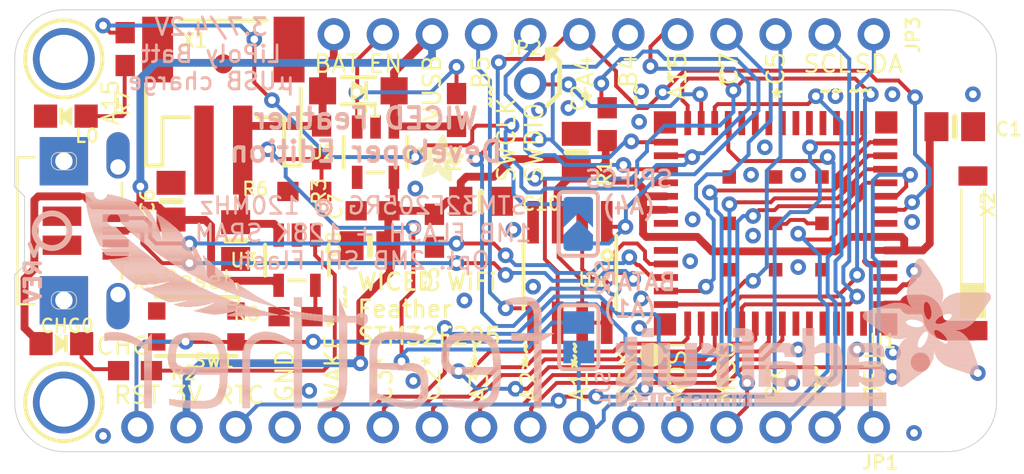
<source format=kicad_pcb>
(kicad_pcb (version 20211014) (generator pcbnew)
  (layers (0 "F.Cu" signal) (31 "B.Cu" signal) (34 "B.Paste" user) (35 "F.Paste" user) (36 "B.SilkS" user "B.Silkscreen") (37 "F.SilkS" user "F.Silkscreen") (38 "B.Mask" user) (39 "F.Mask" user) (44 "Edge.Cuts" user))
  (net 0 "")
  (net 1 "GND")
  (net 2 "+3V3")
  (net 3 "VBUS")
  (net 4 "VBAT")
  (net 5 "N$2")
  (net 6 "N$1")
  (net 7 "N$3")
  (net 8 "N$4")
  (net 9 "D+")
  (net 10 "D-")
  (net 11 "~{RESET}")
  (net 12 "B7/SDA")
  (net 13 "B6/SCL")
  (net 14 "A9/TXD")
  (net 15 "A10/RXD")
  (net 16 "A5/SCK1")
  (net 17 "A7/MOSI1")
  (net 18 "A4/CS")
  (net 19 "A6/MISO1")
  (net 20 "A1/ADC1")
  (net 21 "A2/ADC2")
  (net 22 "A3/ADC3")
  (net 23 "C2/ADC12")
  (net 24 "C3/ADC13")
  (net 25 "B5/MOSI3")
  (net 26 "A0/WAKEUP")
  (net 27 "C5")
  (net 28 "C7")
  (net 29 "SWDIO")
  (net 30 "SWCLK")
  (net 31 "B4/MISO3")
  (net 32 "A15")
  (net 33 "N$5")
  (net 34 "VRTC")
  (net 35 "ANT")
  (net 36 "EN")
  (net 37 "DFU/SCK3")
  (net 38 "N$6")
  (footprint "boardEagle:0603-NO" (layer "F.Cu") (at 144.8181 105.0036 -90)
    (fp_text reference "C5")
    (fp_text value "1uF")
  )
  (footprint "boardEagle:ANT_2500AT44M0400" (layer "F.Cu") (at 172.6819 106.172 -90)
    (fp_text reference "X2")
    (fp_text value "2500AT44M0400")
  )
  (footprint "boardEagle:0805-NO" (layer "F.Cu") (at 141.4815 105.7806 180)
    (fp_text reference "C8")
    (fp_text value "10µF")
  )
  (footprint "boardEagle:0603-NO" (layer "F.Cu") (at 128.8161 95.6056 -90)
    (fp_text reference "R7")
    (fp_text value "2.2K")
  )
  (footprint "boardEagle:0603-NO" (layer "F.Cu") (at 141.6175 103.9706 180)
    (fp_text reference "C7")
    (fp_text value "1uF")
  )
  (footprint "boardEagle:SOIC8_150MIL" (layer "F.Cu") (at 151.8285 107.1626 180)
    (fp_text reference "U4")
    (fp_text value "S25FL216K")
  )
  (footprint "boardEagle:CHIPLED_0805_NOOUTLINE" (layer "F.Cu") (at 125.5141 110.8456 -90)
    (fp_text reference "CHG0")
    (fp_text value "ORANGE")
  )
  (footprint "boardEagle:0805-NO" (layer "F.Cu") (at 171.7421 99.6188)
    (fp_text reference "C1")
    (fp_text value "10µF")
  )
  (footprint "boardEagle:1X01_ROUND" (layer "F.Cu") (at 149.7711 97.3836)
    (fp_text reference "JP2")
    (fp_text value "")
  )
  (footprint "boardEagle:BTN_KMR2_4.6X2.8" (layer "F.Cu") (at 132.4991 109.9566 180)
    (fp_text reference "SW1")
    (fp_text value "")
  )
  (footprint "boardEagle:1X16_ROUND" (layer "F.Cu") (at 148.5011 115.1636 180)
    (fp_text reference "JP1")
    (fp_text value "")
  )
  (footprint "boardEagle:ADAFRUIT_2.5MM" (layer "F.Cu") (at 143.9291 102.4636)
    (fp_text reference "U$8" hide)
    (fp_text value "" hide)
  )
  (footprint "boardEagle:0603-NO" (layer "F.Cu") (at 145.9611 98.7552 -90)
    (fp_text reference "R4")
    (fp_text value "100K")
  )
  (footprint "boardEagle:0805-NO" (layer "F.Cu") (at 152.1587 100.9396 90)
    (fp_text reference "C2")
    (fp_text value "10µF")
  )
  (footprint "boardEagle:0603-NO" (layer "F.Cu") (at 129.3241 112.2426)
    (fp_text reference "R2")
    (fp_text value "1K")
  )
  (footprint "boardEagle:0603-NO" (layer "F.Cu") (at 138.9761 100.4316 -90)
    (fp_text reference "R3")
    (fp_text value "100k")
  )
  (footprint "boardEagle:SOT23-5" (layer "F.Cu") (at 141.7701 100.9396 180)
    (fp_text reference "U2")
    (fp_text value "AP2112(3.3V)")
  )
  (footprint "boardEagle:0805-NO" (layer "F.Cu") (at 134.5311 105.5116 -90)
    (fp_text reference "C3")
    (fp_text value "10µF")
  )
  (footprint "boardEagle:SOT23-5" (layer "F.Cu") (at 137.7061 106.5276 180)
    (fp_text reference "U3")
    (fp_text value "MCP73831T-2ACI/OT")
  )
  (footprint "" (layer "F.Cu") (at 171.3611 113.8936)
    (fp_text reference "@HOLE1" hide)
    (fp_text value "")
  )
  (footprint "boardEagle:0805_10MGAP" (layer "F.Cu") (at 147.2311 103.4796)
    (fp_text reference "C10")
    (fp_text value "0.1uF")
  )
  (footprint "boardEagle:JSTPH2" (layer "F.Cu") (at 133.8961 97.1296)
    (fp_text reference "X1")
    (fp_text value "JSTPH")
  )
  (footprint "boardEagle:0603-NO" (layer "F.Cu") (at 138.0871 102.9716 180)
    (fp_text reference "R6")
    (fp_text value "100K")
  )
  (footprint "boardEagle:4UCONN_20329_V2" (layer "F.Cu") (at 127.5461 105.0036 -90)
    (fp_text reference "X3")
    (fp_text value "20329")
    (fp_line (start -3.5 2.55) (end -3.7 2.55) (layer "Edge.Cuts") (width 0.05))
    (fp_line (start -4.05 2.15) (end -4.05 1.6) (layer "Edge.Cuts") (width 0.05))
    (fp_line (start -3.7 1.25) (end -3.5 1.25) (layer "Edge.Cuts") (width 0.05))
    (fp_line (start 4.05 1.6) (end 4.05 2.2) (layer "Edge.Cuts") (width 0.05))
    (fp_line (start 3.15 2.2) (end 3.15 1.6) (layer "Edge.Cuts") (width 0.05))
    (fp_line (start -3.15 1.6) (end -3.15 2.15) (layer "Edge.Cuts") (width 0.05))
    (fp_arc (start -3.15 2.15) (mid -3.242157 2.422487) (end -3.5 2.55) (layer "Edge.Cuts") (width 0.05))
    (fp_arc (start -4.05 1.6) (mid -3.947487 1.352513) (end -3.7 1.25) (layer "Edge.Cuts") (width 0.05))
    (fp_arc (start 4.05 2.2) (mid 3.897487 2.468198) (end 3.6 2.55) (layer "Edge.Cuts") (width 0.05))
    (fp_arc (start -3.5 1.25) (mid -3.252513 1.352513) (end -3.15 1.6) (layer "Edge.Cuts") (width 0.05))
    (fp_arc (start -3.7 2.55) (mid -3.957843 2.422487) (end -4.05 2.15) (layer "Edge.Cuts") (width 0.05))
    (fp_arc (start 3.15 1.6) (mid 3.302513 1.331802) (end 3.6 1.25) (layer "Edge.Cuts") (width 0.05))
    (fp_arc (start 3.6 2.55) (mid 3.302513 2.468198) (end 3.15 2.2) (layer "Edge.Cuts") (width 0.05))
    (fp_arc (start 3.6 1.25) (mid 3.897487 1.331802) (end 4.05 1.6) (layer "Edge.Cuts") (width 0.05))
  )
  (footprint "boardEagle:USI_WM-N-BM-09" (layer "F.Cu") (at 162.4711 104.6226 180)
    (fp_text reference "U1")
    (fp_text value "")
  )
  (footprint "boardEagle:FIDUCIAL_1MM" (layer "F.Cu") (at 133.8961 96.3676 -90)
    (fp_text reference "U$34" hide)
    (fp_text value "FIDUCIAL\"\"" hide)
  )
  (footprint "boardEagle:FIDUCIAL_1MM" (layer "F.Cu") (at 169.9605 111.8038 -90)
    (fp_text reference "U$35" hide)
    (fp_text value "FIDUCIAL\"\"" hide)
  )
  (footprint "boardEagle:0603-NO" (layer "F.Cu") (at 153.7589 99.4918 -90)
    (fp_text reference "R1")
    (fp_text value "100K")
  )
  (footprint "boardEagle:0603-NO" (layer "F.Cu") (at 137.6299 109.4486 180)
    (fp_text reference "R8")
    (fp_text value "4.7K")
  )
  (footprint "" (layer "F.Cu") (at 171.3611 96.1136)
    (fp_text reference "@HOLE0" hide)
    (fp_text value "")
  )
  (footprint "boardEagle:SOD-123" (layer "F.Cu") (at 140.8811 97.7646 180)
    (fp_text reference "D1")
    (fp_text value "MBR120")
  )
  (footprint "boardEagle:MOUNTINGHOLE_2.5_PLATED" (layer "F.Cu") (at 125.6411 113.8936 -90)
    (fp_text reference "U$32" hide)
    (fp_text value "MOUNTINGHOLE2.5" hide)
  )
  (footprint "boardEagle:1X12_ROUND" (layer "F.Cu") (at 153.5811 94.8436)
    (fp_text reference "JP3")
    (fp_text value "")
  )
  (footprint "boardEagle:CHIPLED_0805_NOOUTLINE" (layer "F.Cu") (at 125.7461 99.0746 90)
    (fp_text reference "L0")
    (fp_text value "RED")
  )
  (footprint "boardEagle:MOUNTINGHOLE_2.5_PLATED" (layer "F.Cu") (at 125.6411 96.1136 -90)
    (fp_text reference "U$31" hide)
    (fp_text value "MOUNTINGHOLE2.5" hide)
  )
  (footprint "boardEagle:0805-NO" (layer "F.Cu") (at 131.1891 103.4746 90)
    (fp_text reference "C6")
    (fp_text value "10µF")
  )
  (footprint "boardEagle:FEATHERLOGO" (layer "B.Cu") (at 151.0411 114.2746 180)
    (fp_text reference "U$7" hide)
    (fp_text value "" hide)
  )
  (footprint "boardEagle:SOLDERJUMPER_REFLOW_NOPASTE" (layer "B.Cu") (at 152.2857 110.5154 90)
    (fp_text reference "SJ1")
    (fp_text value "BAT")
  )
  (footprint "boardEagle:ADAFRUIT_TEXT_20MM" (layer "B.Cu") (at 173.7741 114.0714 180)
    (fp_text reference "U$10" hide)
    (fp_text value "" hide)
  )
  (footprint "boardEagle:SOLDERJUMPER_ARROW_NOPASTE" (layer "B.Cu") (at 152.2603 104.648 90)
    (fp_text reference "SJ2")
    (fp_text value "")
  )
  (footprint "boardEagle:PCBFEAT-REV-040" (layer "B.Cu") (at 125.0315 105.0036 90)
    (fp_text reference "U$23" hide)
    (fp_text value "" hide)
  )
  (gr_line (start 151.2951 96.2406) (end 150.6601 95.6056) (layer "F.SilkS") (width 0.254))
  (gr_line (start 151.1681 95.6056) (end 150.6601 96.1136) (layer "F.SilkS") (width 0.254))
  (gr_line (start 150.6601 95.6056) (end 151.1681 95.6056) (layer "F.SilkS") (width 0.254))
  (gr_line (start 150.6601 95.6056) (end 150.6601 96.1136) (layer "F.SilkS") (width 0.254))
  (gr_line (start 151.2951 97.8916) (end 151.2951 96.2406) (layer "F.SilkS") (width 0.254))
  (gr_line (start 150.6601 98.5266) (end 151.2951 97.8916) (layer "F.SilkS") (width 0.254))
  (gr_line (start 123.6091 103.2256) (end 123.6091 106.7816) (layer "Edge.Cuts") (width 0.05))
  (gr_arc (start 123.1011 96.1136) (mid 123.845049 94.317549) (end 125.6411 93.5736) (layer "Edge.Cuts") (width 0.05))
  (gr_line (start 123.1011 107.2896) (end 123.1011 113.8936) (layer "Edge.Cuts") (width 0.05))
  (gr_line (start 123.1011 102.7176) (end 123.6091 103.2256) (layer "Edge.Cuts") (width 0.05))
  (gr_arc (start 171.3611 93.5736) (mid 173.157151 94.317549) (end 173.9011 96.1136) (layer "Edge.Cuts") (width 0.05))
  (gr_line (start 123.1011 96.1136) (end 123.1011 102.7176) (layer "Edge.Cuts") (width 0.05))
  (gr_line (start 123.6091 106.7816) (end 123.1011 107.2896) (layer "Edge.Cuts") (width 0.05))
  (gr_arc (start 173.9011 113.8936) (mid 173.157151 115.689651) (end 171.3611 116.4336) (layer "Edge.Cuts") (width 0.05))
  (gr_arc (start 125.6411 116.4336) (mid 123.845049 115.689651) (end 123.1011 113.8936) (layer "Edge.Cuts") (width 0.05))
  (gr_line (start 171.3611 93.5736) (end 125.6411 93.5736) (layer "Edge.Cuts") (width 0.05))
  (gr_line (start 173.9011 113.8936) (end 173.9011 96.1136) (layer "Edge.Cuts") (width 0.05))
  (gr_line (start 125.6411 116.4336) (end 171.3611 116.4336) (layer "Edge.Cuts") (width 0.05))
  (gr_text "STM32F205RG @ 120MHz\n1MB FLASH + 128K SRAM\nOpt. 2MB SPI Flash\n" (at 141.1351 105.1306) (layer "B.SilkS") (effects (font (size 0.88392 0.88392) (thickness 0.13208)) (justify mirror)))
  (gr_text "SPIFCS\n(A4)" (at 154.8765 103.0224) (layer "B.SilkS") (effects (font (size 0.8636 0.8636) (thickness 0.1524)) (justify mirror)))
  (gr_text "BATADC\n(A1)" (at 154.9273 108.3564) (layer "B.SilkS") (effects (font (size 0.8636 0.8636) (thickness 0.1524)) (justify mirror)))
  (gr_text "WICED Feather\nDeveloper Edition" (at 141.2621 100.0506) (layer "B.SilkS") (effects (font (size 1.0668 1.0668) (thickness 0.2032)) (justify mirror)))
  (gr_text "3.7/4.2V\nLiPoly Batt\nμUSB charge" (at 133.2611 95.8596) (layer "B.SilkS") (effects (font (size 0.87376 0.87376) (thickness 0.14224)) (justify mirror)))
  (gr_text "A15" (at 128.0541 99.6188 90) (layer "F.SilkS") (effects (font (size 0.849376 0.849376) (thickness 0.115824)) (justify left)))
  (gr_text "~~" (at 147.3835 112.0648 90) (layer "F.SilkS") (effects (font (size 0.85344 0.85344) (thickness 0.16256)) (justify left bottom)))
  (gr_text "A3*" (at 147.1295 113.919 90) (layer "F.SilkS") (effects (font (size 0.89408 0.89408) (thickness 0.12192)) (justify left)))
  (gr_text "B4" (at 154.8511 96.7486 90) (layer "F.SilkS") (effects (font (size 0.89408 0.89408) (thickness 0.12192))))
  (gr_text "A4" (at 152.6159 96.7486 90) (layer "F.SilkS") (effects (font (size 0.89408 0.89408) (thickness 0.12192))))
  (gr_text "~~" (at 155.7147 98.6536 90) (layer "F.SilkS") (effects (font (size 0.85344 0.85344) (thickness 0.16256)) (justify left bottom)))
  (gr_text "GND" (at 137.0711 113.9444 90) (layer "F.SilkS") (effects (font (size 0.89408 0.89408) (thickness 0.12192)) (justify left)))
  (gr_text "C3*" (at 142.1765 113.9698 90) (layer "F.SilkS") (effects (font (size 0.89408 0.89408) (thickness 0.12192)) (justify left)))
  (gr_text "MISO" (at 159.9311 114.0206 90) (layer "F.SilkS") (effects (font (size 0.89408 0.89408) (thickness 0.12192)) (justify left)))
  (gr_text "~~" (at 150.0251 112.0648 90) (layer "F.SilkS") (effects (font (size 0.85344 0.85344) (thickness 0.16256)) (justify left bottom)))
  (gr_text "A15" (at 157.3911 97.0026 90) (layer "F.SilkS") (effects (font (size 0.89408 0.89408) (thickness 0.12192))))
  (gr_text "RTC" (at 134.7851 113.5126) (layer "F.SilkS") (effects (font (size 0.89408 0.89408) (thickness 0.12192))))
  (gr_text "~~" (at 157.4419 113.0808 90) (layer "F.SilkS") (effects (font (size 0.85344 0.85344) (thickness 0.16256)) (justify left bottom)))
  (gr_text "TX" (at 165.0111 113.9444 90) (layer "F.SilkS") (effects (font (size 0.89408 0.89408) (thickness 0.12192)) (justify left)))
  (gr_text "SCK" (at 154.8511 113.9444 90) (layer "F.SilkS") (effects (font (size 0.89408 0.89408) (thickness 0.12192)) (justify left)))
  (gr_text "SDA" (at 167.8051 96.3676) (layer "F.SilkS") (effects (font (size 0.89408 0.89408) (thickness 0.12192))))
  (gr_text "RX" (at 162.4711 113.919 90) (layer "F.SilkS") (effects (font (size 0.89408 0.89408) (thickness 0.12192)) (justify left)))
  (gr_text "SCL" (at 165.1381 96.3676) (layer "F.SilkS") (effects (font (size 0.89408 0.89408) (thickness 0.12192))))
  (gr_text "~~" (at 167.6019 97.2312) (layer "F.SilkS") (effects (font (size 0.85344 0.85344) (thickness 0.16256)) (justify right top)))
  (gr_text "3V" (at 131.9911 113.5126) (layer "F.SilkS") (effects (font (size 0.89408 0.89408) (thickness 0.12192))))
  (gr_text "WICED WiFi\nFeather\nSTM32F205" (at 140.7541 110.9726) (layer "F.SilkS") (effects (font (size 0.87376 0.87376) (thickness 0.14224)) (justify left bottom)))
  (gr_text "BAT" (at 139.7635 96.3676) (layer "F.SilkS") (effects (font (size 0.89408 0.89408) (thickness 0.12192))))
  (gr_text "~~" (at 140.6779 109.1184 90) (layer "F.SilkS") (effects (font (size 0.85344 0.85344) (thickness 0.16256)) (justify left bottom)))
  (gr_text "B5" (at 147.2311 96.7994 90) (layer "F.SilkS") (effects (font (size 0.89408 0.89408) (thickness 0.12192))))
  (gr_text "C7" (at 160.0581 96.6216 90) (layer "F.SilkS") (effects (font (size 0.89408 0.89408) (thickness 0.12192))))
  (gr_text "~~" (at 157.4419 97.4344 90) (layer "F.SilkS") (effects (font (size 0.85344 0.85344) (thickness 0.16256)) (justify left bottom)))
  (gr_text "~~" (at 160.1851 97.6376 90) (layer "F.SilkS") (effects (font (size 0.85344 0.85344) (thickness 0.16256)) (justify left bottom)))
  (gr_text "C2*" (at 144.6657 113.919 90) (layer "F.SilkS") (effects (font (size 0.89408 0.89408) (thickness 0.12192)) (justify left)))
  (gr_text "C5" (at 162.4711 96.6216 90) (layer "F.SilkS") (effects (font (size 0.89408 0.89408) (thickness 0.12192))))
  (gr_text "EN" (at 142.2781 96.3676) (layer "F.SilkS") (effects (font (size 0.89408 0.89408) (thickness 0.12192))))
  (gr_text "~~" (at 162.5219 113.0808 90) (layer "F.SilkS") (effects (font (size 0.85344 0.85344) (thickness 0.16256)) (justify left bottom)))
  (gr_text "MOSI" (at 157.3911 114.0206 90) (layer "F.SilkS") (effects (font (size 0.89408 0.89408) (thickness 0.12192)) (justify left)))
  (gr_text "WAKE" (at 139.6111 113.9444 90) (layer "F.SilkS") (effects (font (size 0.89408 0.89408) (thickness 0.12192)) (justify left)))
  (gr_text "Reset" (at 132.5245 107.5436) (layer "F.SilkS") (effects (font (size 0.89408 0.89408) (thickness 0.12192))))
  (gr_text "CHG" (at 128.6891 110.9726) (layer "F.SilkS") (effects (font (size 0.89408 0.89408) (thickness 0.12192))))
  (gr_text "*" (at 140.1699 110.1344 90) (layer "F.SilkS") (effects (font (size 0.85344 0.85344) (thickness 0.16256)) (justify left bottom)))
  (gr_text "~~" (at 166.5859 112.3696 90) (layer "F.SilkS") (effects (font (size 0.85344 0.85344) (thickness 0.16256)) (justify right top)))
  (gr_text "~~" (at 159.9819 113.0808 90) (layer "F.SilkS") (effects (font (size 0.85344 0.85344) (thickness 0.16256)) (justify left bottom)))
  (gr_text "DFU" (at 167.5511 113.9444 90) (layer "F.SilkS") (effects (font (size 0.89408 0.89408) (thickness 0.12192)) (justify left)))
  (gr_text "A1*" (at 152.2857 113.9444 90) (layer "F.SilkS") (effects (font (size 0.89408 0.89408) (thickness 0.12192)) (justify left)))
  (gr_text "~~" (at 152.5651 112.0648 90) (layer "F.SilkS") (effects (font (size 0.85344 0.85344) (thickness 0.16256)) (justify left bottom)))
  (gr_text "A2*" (at 149.7457 113.9444 90) (layer "F.SilkS") (effects (font (size 0.89408 0.89408) (thickness 0.12192)) (justify left)))
  (gr_text "VUSB" (at 144.6911 97.6376 90) (layer "F.SilkS") (effects (font (size 0.89408 0.89408) (thickness 0.12192))))
  (gr_text "~~" (at 148.1963 98.7552 90) (layer "F.SilkS") (effects (font (size 0.85344 0.85344) (thickness 0.16256)) (justify left bottom)))
  (gr_text "~~" (at 164.6555 98.2472) (layer "F.SilkS") (effects (font (size 0.85344 0.85344) (thickness 0.16256)) (justify left bottom)))
  (gr_text "*" (at 162.1155 98.6536) (layer "F.SilkS") (effects (font (size 0.85344 0.85344) (thickness 0.16256)) (justify left bottom)))
  (gr_text "~~" (at 165.0619 113.284 90) (layer "F.SilkS") (effects (font (size 0.85344 0.85344) (thickness 0.16256)) (justify left bottom)))
  (gr_text "RST" (at 129.4511 113.5126) (layer "F.SilkS") (effects (font (size 0.89408 0.89408) (thickness 0.12192))))
  (gr_text "*" (at 152.2603 98.8568) (layer "F.SilkS") (effects (font (size 0.85344 0.85344) (thickness 0.16256)) (justify left bottom)))
  (gr_text "SWCLK\nSWDIO" (at 149.2631 102.5906 90) (layer "F.SilkS") (effects (font (size 0.89408 0.89408) (thickness 0.12192)) (justify left)))
  (segment (start 168.1461 108.1226) (end 168.7501 108.1226) (width 0.254) (layer "F.Cu") (net 1))
  (segment (start 164.1221 104.6226) (end 163.9443 104.4448) (width 0.2032) (layer "F.Cu") (net 1))
  (segment (start 162.4965 104.648) (end 162.4711 104.6226) (width 0.2032) (layer "F.Cu") (net 1))
  (segment (start 169.3291 107.7976) (end 169.5831 107.5436) (width 0.254) (layer "F.Cu") (net 1))
  (segment (start 168.7501 108.1226) (end 169.0751 107.7976) (width 0.254) (layer "F.Cu") (net 1))
  (segment (start 163.2331 104.4448) (end 163.0299 104.648) (width 0.2032) (layer "F.Cu") (net 1))
  (segment (start 169.0751 107.7976) (end 169.3291 107.7976) (width 0.254) (layer "F.Cu") (net 1))
  (segment (start 164.8711 104.6226) (end 164.1221 104.6226) (width 0.2032) (layer "F.Cu") (net 1))
  (segment (start 169.6323 107.4944) (end 169.5831 107.5436) (width 0.254) (layer "F.Cu") (net 1))
  (segment (start 167.4413 106.7226) (end 167.2381 106.7226) (width 0.3048) (layer "F.Cu") (net 1))
  (segment (start 163.9443 104.4448) (end 163.2331 104.4448) (width 0.2032) (layer "F.Cu") (net 1))
  (segment (start 169.6323 107.0848) (end 169.6323 107.4944) (width 0.254) (layer "F.Cu") (net 1))
  (segment (start 168.1461 106.7226) (end 167.4413 106.7226) (width 0.3048) (layer "F.Cu") (net 1))
  (segment (start 163.0299 104.648) (end 162.4965 104.648) (width 0.2032) (layer "F.Cu") (net 1))
  (segment (start 167.2381 106.7226) (end 167.0939 106.5784) (width 0.3048) (layer "F.Cu") (net 1))
  (via (at 158.1785 104.4194) (size 0.8064) (drill 0.4) (layers "F.Cu" "B.Cu") (net 1))
  (via (at 158.0515 106.5784) (size 0.8064) (drill 0.4) (layers "F.Cu" "B.Cu") (net 1))
  (via (at 166.6875 111.1504) (size 0.8064) (drill 0.4) (layers "F.Cu" "B.Cu") (net 1))
  (via (at 155.5115 97.79) (size 0.8064) (drill 0.4) (layers "F.Cu" "B.Cu") (net 1))
  (via (at 143.7259 112.776) (size 0.8064) (drill 0.4) (layers "F.Cu" "B.Cu") (net 1))
  (via (at 143.8275 102.8192) (size 0.8064) (drill 0.4) (layers "F.Cu" "B.Cu") (net 1))
  (via (at 163.3347 112.8776) (size 0.8064) (drill 0.4) (layers "F.Cu" "B.Cu") (net 1))
  (via (at 163.6395 102.108) (size 0.8064) (drill 0.4) (layers "F.Cu" "B.Cu") (net 1))
  (via (at 169.5323 104.5464) (size 0.8064) (drill 0.4) (layers "F.Cu" "B.Cu") (net 1))
  (via (at 172.9359 112.3696) (size 0.8064) (drill 0.4) (layers "F.Cu" "B.Cu") (net 1))
  (via (at 155.4099 110.0328) (size 0.8064) (drill 0.4) (layers "F.Cu" "B.Cu") (net 1))
  (via (at 149.9235 107.8992) (size 0.8064) (drill 0.4) (layers "F.Cu" "B.Cu") (net 1))
  (via (at 168.5433 111.2996) (size 0.8064) (drill 0.4) (layers "F.Cu" "B.Cu") (net 1))
  (via (at 155.5115 108.5088) (size 0.8064) (drill 0.4) (layers "F.Cu" "B.Cu") (net 1))
  (via (at 161.2011 102.108) (size 0.8064) (drill 0.4) (layers "F.Cu" "B.Cu") (net 1))
  (via (at 165.5699 98.044) (size 0.8064) (drill 0.4) (layers "F.Cu" "B.Cu") (net 1))
  (via (at 146.3675 108.6104) (size 0.8064) (drill 0.4) (layers "F.Cu" "B.Cu") (net 1))
  (via (at 172.6819 97.9424) (size 0.8064) (drill 0.4) (layers "F.Cu" "B.Cu") (net 1))
  (via (at 127.6731 115.6208) (size 0.8064) (drill 0.4) (layers "F.Cu" "B.Cu") (net 1))
  (via (at 148.9075 104.9528) (size 0.8064) (drill 0.4) (layers "F.Cu" "B.Cu") (net 1))
  (via (at 163.6395 111.1504) (size 0.8064) (drill 0.4) (layers "F.Cu" "B.Cu") (net 1))
  (via (at 168.5163 97.9424) (size 0.8064) (drill 0.4) (layers "F.Cu" "B.Cu") (net 1))
  (via (at 169.6323 107.0848) (size 0.8064) (drill 0.4) (layers "F.Cu" "B.Cu") (net 1))
  (via (at 151.7523 98.6536) (size 0.8064) (drill 0.4) (layers "F.Cu" "B.Cu") (net 1))
  (via (at 163.6395 106.8832) (size 0.8064) (drill 0.4) (layers "F.Cu" "B.Cu") (net 1))
  (via (at 155.4099 99.3648) (size 0.8064) (drill 0.4) (layers "F.Cu" "B.Cu") (net 1))
  (via (at 169.6339 115.4684) (size 0.8064) (drill 0.4) (layers "F.Cu" "B.Cu") (net 1))
  (via (at 150.2283 98.7552) (size 0.8064) (drill 0.4) (layers "F.Cu" "B.Cu") (net 1))
  (via (at 161.3027 105.2576) (size 0.8064) (drill 0.4) (layers "F.Cu" "B.Cu") (net 1))
  (via (at 161.9123 100.6856) (size 0.8064) (drill 0.4) (layers "F.Cu" "B.Cu") (net 1))
  (via (at 138.3411 113.284) (size 0.8064) (drill 0.4) (layers "F.Cu" "B.Cu") (net 1))
  (segment (start 155.8193 103.2226) (end 155.8163 103.2256) (width 0.4064) (layer "F.Cu") (net 2))
  (segment (start 159.1691 106.0704) (end 165.5699 106.0704) (width 0.4064) (layer "F.Cu") (net 2))
  (segment (start 145.4921 103.4796) (end 144.8181 104.1536) (width 0.4064) (layer "F.Cu") (net 2))
  (segment (start 142.5067 107.188) (end 142.5067 105.807) (width 0.4064) (layer "F.Cu") (net 2))
  (segment (start 166.3177 105.3226) (end 166.2811 105.3592) (width 0.4064) (layer "F.Cu") (net 2))
  (segment (start 153.2915 101.8896) (end 153.4287 101.7524) (width 0.4064) (layer "F.Cu") (net 2))
  (segment (start 142.4315 104.0066) (end 142.4675 103.9706) (width 0.4064) (layer "F.Cu") (net 2))
  (segment (start 156.7961 105.3226) (end 155.7797 105.3226) (width 0.4064) (layer "F.Cu") (net 2))
  (segment (start 152.4635 109.7626) (end 152.4635 107.5944) (width 0.2032) (layer "F.Cu") (net 2))
  (segment (start 170.4467 105.664) (end 170.4467 99.9642) (width 0.4064) (layer "F.Cu") (net 2))
  (segment (start 168.1461 105.3226) (end 168.9877 105.3226) (width 0.4064) (layer "F.Cu") (net 2))
  (segment (start 156.7961 105.3226) (end 158.4213 105.3226) (width 0.4064) (layer "F.Cu") (net 2))
  (segment (start 155.8163 103.2256) (end 155.6131 103.2256) (width 0.4064) (layer "F.Cu") (net 2))
  (segment (start 153.7335 109.7626) (end 152.4635 109.7626) (width 0.2032) (layer "F.Cu") (net 2))
  (segment (start 142.7201 102.2397) (end 142.7201 103.8196) (width 0.4064) (layer "F.Cu") (net 2))
  (segment (start 142.7201 103.8196) (end 142.4675 103.9706) (width 0.4064) (layer "F.Cu") (net 2))
  (segment (start 169.1259 106.0226) (end 170.0881 106.0226) (width 0.4064) (layer "F.Cu") (net 2))
  (segment (start 168.9877 105.3226) (end 169.1259 105.4608) (width 0.4064) (layer "F.Cu") (net 2))
  (segment (start 151.5643 101.2952) (end 152.1587 101.8896) (width 0.4064) (layer "F.Cu") (net 2))
  (segment (start 158.8643 105.7656) (end 159.1691 106.0704) (width 0.4064) (layer "F.Cu") (net 2))
  (segment (start 142.4315 105.7806) (end 142.4315 104.0066) (width 0.4064) (layer "F.Cu") (net 2))
  (segment (start 169.1259 105.4608) (end 169.1259 106.0226) (width 0.4064) (layer "F.Cu") (net 2))
  (segment (start 156.7961 103.9226) (end 155.6273 103.9226) (width 0.4064) (layer "F.Cu") (net 2))
  (segment (start 170.4467 99.9642) (end 170.7921 99.6188) (width 0.4064) (layer "F.Cu") (net 2))
  (segment (start 151.2443 106.3752) (end 151.2443 104.6134) (width 0.2032) (layer "F.Cu") (net 2))
  (segment (start 151.1935 102.8548) (end 152.1587 101.8896) (width 0.4064) (layer "F.Cu") (net 2))
  (segment (start 152.4635 107.5944) (end 151.2443 106.3752) (width 0.2032) (layer "F.Cu") (net 2))
  (segment (start 155.6131 105.156) (end 155.6131 103.9368) (width 0.4064) (layer "F.Cu") (net 2))
  (segment (start 156.7961 103.2226) (end 155.8193 103.2226) (width 0.4064) (layer "F.Cu") (net 2))
  (segment (start 155.6273 103.9226) (end 155.6131 103.9368) (width 0.4064) (layer "F.Cu") (net 2))
  (segment (start 155.6131 103.9368) (end 155.6131 103.2256) (width 0.4064) (layer "F.Cu") (net 2))
  (segment (start 140.9827 111.8616) (end 140.9827 108.712) (width 0.4064) (layer "F.Cu") (net 2))
  (segment (start 155.6131 103.2256) (end 155.6131 102.8192) (width 0.4064) (layer "F.Cu") (net 2))
  (segment (start 148.5011 101.6) (end 148.8059 101.2952) (width 0.4064) (layer "F.Cu") (net 2))
  (segment (start 151.1935 104.5626) (end 151.1935 102.8548) (width 0.4064) (layer "F.Cu") (net 2))
  (segment (start 151.2443 104.6134) (end 151.1935 104.5626) (width 0.2032) (layer "F.Cu") (net 2))
  (segment (start 155.2067 102.4128) (end 154.0891 102.4128) (width 0.4064) (layer "F.Cu") (net 2))
  (segment (start 165.5699 106.0704) (end 165.8747 105.7656) (width 0.4064) (layer "F.Cu") (net 2))
  (segment (start 152.0419 102.0064) (end 152.1587 101.8896) (width 0.4064) (layer "F.Cu") (net 2))
  (segment (start 166.8907 105.3226) (end 166.3177 105.3226) (width 0.4064) (layer "F.Cu") (net 2))
  (segment (start 155.8193 103.2226) (end 155.8163 103.2256) (width 0.3048) (layer "F.Cu") (net 2))
  (segment (start 151.8691 101.6) (end 152.1587 101.8896) (width 0.4064) (layer "F.Cu") (net 2))
  (segment (start 147.8915 102.2096) (end 148.5011 101.6) (width 0.4064) (layer "F.Cu") (net 2))
  (segment (start 154.0891 102.4128) (end 153.4287 101.7524) (width 0.4064) (layer "F.Cu") (net 2))
  (segment (start 158.4213 105.3226) (end 158.8643 105.7656) (width 0.4064) (layer "F.Cu") (net 2))
  (segment (start 146.1811 102.4976) (end 146.4691 102.2096) (width 0.4064) (layer "F.Cu") (net 2))
  (segment (start 146.1811 103.4796) (end 146.1811 102.4976) (width 0.4064) (layer "F.Cu") (net 2))
  (segment (start 148.8059 101.2952) (end 151.5643 101.2952) (width 0.4064) (layer "F.Cu") (net 2))
  (segment (start 140.9827 108.712) (end 142.5067 107.188) (width 0.4064) (layer "F.Cu") (net 2))
  (segment (start 153.6827 101.4984) (end 153.6827 100.418) (width 0.4064) (layer "F.Cu") (net 2))
  (segment (start 142.5067 105.807) (end 142.4315 105.7806) (width 0.4064) (layer "F.Cu") (net 2))
  (segment (start 155.6131 102.8192) (end 155.2067 102.4128) (width 0.4064) (layer "F.Cu") (net 2))
  (segment (start 142.4675 103.9706) (end 144.6351 103.9706) (width 0.4064) (layer "F.Cu") (net 2))
  (segment (start 142.5331 104.0066) (end 142.4675 103.9706) (width 0.4064) (layer "F.Cu") (net 2))
  (segment (start 152.1587 101.8896) (end 153.2915 101.8896) (width 0.4064) (layer "F.Cu") (net 2))
  (segment (start 144.6351 103.9706) (end 144.8181 104.1536) (width 0.4064) (layer "F.Cu") (net 2))
  (segment (start 155.7797 105.3226) (end 155.6131 105.156) (width 0.4064) (layer "F.Cu") (net 2))
  (segment (start 153.4287 101.7524) (end 153.6827 101.4984) (width 0.4064) (layer "F.Cu") (net 2))
  (segment (start 170.0881 106.0226) (end 170.4467 105.664) (width 0.4064) (layer "F.Cu") (net 2))
  (segment (start 168.1461 106.0226) (end 169.1259 106.0226) (width 0.4064) (layer "F.Cu") (net 2))
  (segment (start 165.8747 105.7656) (end 166.2811 105.3592) (width 0.4064) (layer "F.Cu") (net 2))
  (segment (start 166.8907 105.3226) (end 168.1461 105.3226) (width 0.4064) (layer "F.Cu") (net 2))
  (segment (start 153.6827 100.418) (end 153.7589 100.3418) (width 0.2032) (layer "F.Cu") (net 2))
  (segment (start 146.1811 103.4796) (end 145.4921 103.4796) (width 0.4064) (layer "F.Cu") (net 2))
  (segment (start 146.4691 102.2096) (end 147.8915 102.2096) (width 0.4064) (layer "F.Cu") (net 2))
  (via (at 140.9827 111.8616) (size 0.8064) (drill 0.4) (layers "F.Cu" "B.Cu") (net 2))
  (segment (start 132.7531 111.8616) (end 140.9827 111.8616) (width 0.4064) (layer "B.Cu") (net 2))
  (segment (start 131.9911 115.1636) (end 131.9911 112.6236) (width 0.4064) (layer "B.Cu") (net 2))
  (segment (start 131.9911 112.6236) (end 132.7531 111.8616) (width 0.4064) (layer "B.Cu") (net 2))
  (segment (start 136.7456 107.8277) (end 136.5123 107.5944) (width 0.4064) (layer "F.Cu") (net 3))
  (segment (start 128.2911 103.7336) (end 128.3211 103.7036) (width 0.3048) (layer "F.Cu") (net 3))
  (segment (start 124.1171 106.9848) (end 124.1171 103.4288) (width 0.4064) (layer "F.Cu") (net 3))
  (segment (start 127.1651 103.7336) (end 128.2911 103.7336) (width 0.3048) (layer "F.Cu") (net 3))
  (segment (start 142.7311 96.8036) (end 144.6911 94.8436) (width 0.4064) (layer "F.Cu") (net 3))
  (segment (start 124.3203 103.2256) (end 126.4539 103.2256) (width 0.4064) (layer "F.Cu") (net 3))
  (segment (start 129.6035 103.602) (end 129.7051 103.7036) (width 0.4064) (layer "F.Cu") (net 3))
  (segment (start 123.6091 107.4928) (end 124.1171 106.9848) (width 0.4064) (layer "F.Cu") (net 3))
  (segment (start 126.4539 103.2256) (end 126.6571 103.2256) (width 0.3048) (layer "F.Cu") (net 3))
  (segment (start 124.1171 103.4288) (end 124.3203 103.2256) (width 0.4064) (layer "F.Cu") (net 3))
  (segment (start 142.7201 97.7756) (end 142.7311 97.7646) (width 0.4064) (layer "F.Cu") (net 3))
  (segment (start 131.2093 104.4448) (end 131.1891 104.4246) (width 0.4064) (layer "F.Cu") (net 3))
  (segment (start 124.4219 110.8456) (end 123.6091 110.0328) (width 0.4064) (layer "F.Cu") (net 3))
  (segment (start 130.4681 103.7036) (end 131.1891 104.4246) (width 0.4064) (layer "F.Cu") (net 3))
  (segment (start 133.5659 107.5944) (end 133.2611 107.2896) (width 0.4064) (layer "F.Cu") (net 3))
  (segment (start 145.9611 99.6052) (end 142.7544 99.6052) (width 0.4064) (layer "F.Cu") (net 3))
  (segment (start 136.7561 107.8277) (end 136.7456 107.8277) (width 0.4064) (layer "F.Cu") (net 3))
  (segment (start 133.2611 104.7496) (end 132.9563 104.4448) (width 0.4064) (layer "F.Cu") (net 3))
  (segment (start 129.7051 103.7036) (end 130.4681 103.7036) (width 0.4064) (layer "F.Cu") (net 3))
  (segment (start 136.5123 107.5944) (end 133.5659 107.5944) (width 0.4064) (layer "F.Cu") (net 3))
  (segment (start 133.2611 107.2896) (end 133.2611 104.7496) (width 0.4064) (layer "F.Cu") (net 3))
  (segment (start 124.4641 110.8456) (end 124.4219 110.8456) (width 0.4064) (layer "F.Cu") (net 3))
  (segment (start 123.6091 110.0328) (end 123.6091 107.4928) (width 0.4064) (layer "F.Cu") (net 3))
  (segment (start 132.9563 104.4448) (end 131.2093 104.4448) (width 0.4064) (layer "F.Cu") (net 3))
  (segment (start 128.3211 103.7036) (end 129.7051 103.7036) (width 0.4064) (layer "F.Cu") (net 3))
  (segment (start 126.6571 103.2256) (end 127.1651 103.7336) (width 0.3048) (layer "F.Cu") (net 3))
  (segment (start 142.7201 99.6395) (end 142.7201 97.7756) (width 0.4064) (layer "F.Cu") (net 3))
  (segment (start 129.6035 102.7176) (end 129.6035 103.602) (width 0.4064) (layer "F.Cu") (net 3))
  (segment (start 142.7544 99.6052) (end 142.7201 99.6395) (width 0.4064) (layer "F.Cu") (net 3))
  (segment (start 142.7311 97.7646) (end 142.7311 96.8036) (width 0.4064) (layer "F.Cu") (net 3))
  (via (at 129.6035 102.7176) (size 0.8064) (drill 0.4) (layers "F.Cu" "B.Cu") (net 3))
  (segment (start 144.6911 94.8436) (end 144.6911 95.9612) (width 0.4064) (layer "B.Cu") (net 3))
  (segment (start 144.6911 95.9612) (end 144.3355 96.3168) (width 0.4064) (layer "B.Cu") (net 3))
  (segment (start 144.3355 96.3168) (end 130.4163 96.3168) (width 0.4064) (layer "B.Cu") (net 3))
  (segment (start 129.6035 97.1296) (end 129.6035 102.7176) (width 0.4064) (layer "B.Cu") (net 3))
  (segment (start 130.4163 96.3168) (end 129.6035 97.1296) (width 0.4064) (layer "B.Cu") (net 3))
  (segment (start 139.0311 99.5266) (end 138.9761 99.5816) (width 0.4064) (layer "F.Cu") (net 4))
  (segment (start 134.6175 104.648) (end 134.5311 104.5616) (width 0.4064) (layer "F.Cu") (net 4))
  (segment (start 136.7561 105.2275) (end 136.7561 104.8918) (width 0.4064) (layer "F.Cu") (net 4))
  (segment (start 134.8961 100.8296) (end 134.8961 104.1966) (width 0.4064) (layer "F.Cu") (net 4))
  (segment (start 139.0523 97.7434) (end 139.0311 97.7646) (width 0.4064) (layer "F.Cu") (net 4))
  (segment (start 139.6111 96.0628) (end 139.0523 96.6216) (width 0.4064) (layer "F.Cu") (net 4))
  (segment (start 139.0311 97.7646) (end 139.0311 99.5266) (width 0.4064) (layer "F.Cu") (net 4))
  (segment (start 136.5123 104.648) (end 134.6175 104.648) (width 0.4064) (layer "F.Cu") (net 4))
  (segment (start 138.9761 99.5816) (end 135.2795 99.5816) (width 0.4064) (layer "F.Cu") (net 4))
  (segment (start 139.6111 94.8436) (end 139.6111 96.0628) (width 0.4064) (layer "F.Cu") (net 4))
  (segment (start 134.8867 100.8202) (end 134.8961 100.8296) (width 0.4064) (layer "F.Cu") (net 4))
  (segment (start 139.0523 96.6216) (end 139.0523 97.7434) (width 0.4064) (layer "F.Cu") (net 4))
  (segment (start 134.8961 104.1966) (end 134.5311 104.5616) (width 0.4064) (layer "F.Cu") (net 4))
  (segment (start 135.2795 99.5816) (end 134.8867 99.9744) (width 0.4064) (layer "F.Cu") (net 4))
  (segment (start 134.8867 99.9744) (end 134.8867 100.8202) (width 0.4064) (layer "F.Cu") (net 4))
  (segment (start 136.7561 104.8918) (end 136.5123 104.648) (width 0.4064) (layer "F.Cu") (net 4))
  (segment (start 126.7961 99.0746) (end 128.6745 99.0746) (width 0.2032) (layer "F.Cu") (net 5))
  (segment (start 128.6745 99.0746) (end 128.7907 98.9584) (width 0.2032) (layer "F.Cu") (net 5))
  (segment (start 128.7907 98.9584) (end 128.7907 96.481) (width 0.2032) (layer "F.Cu") (net 5))
  (segment (start 128.7907 96.481) (end 128.8161 96.4556) (width 0.2032) (layer "F.Cu") (net 5))
  (segment (start 128.3979 112.1664) (end 128.4741 112.2426) (width 0.2032) (layer "F.Cu") (net 6))
  (segment (start 126.5641 110.8456) (end 126.5641 111.5654) (width 0.2032) (layer "F.Cu") (net 6))
  (segment (start 126.5641 111.5654) (end 127.1651 112.1664) (width 0.2032) (layer "F.Cu") (net 6))
  (segment (start 127.1651 112.1664) (end 128.3979 112.1664) (width 0.2032) (layer "F.Cu") (net 6))
  (segment (start 139.6619 107.2896) (end 138.6459 106.2736) (width 0.2032) (layer "F.Cu") (net 7))
  (segment (start 138.6459 106.2736) (end 138.6459 105.2377) (width 0.2032) (layer "F.Cu") (net 7))
  (segment (start 130.1741 112.2426) (end 139.0777 112.2426) (width 0.2032) (layer "F.Cu") (net 7))
  (segment (start 139.0777 112.2426) (end 139.6619 111.6584) (width 0.2032) (layer "F.Cu") (net 7))
  (segment (start 138.6459 105.2377) (end 138.6561 105.2275) (width 0.2032) (layer "F.Cu") (net 7))
  (segment (start 139.6619 111.6584) (end 139.6619 107.2896) (width 0.2032) (layer "F.Cu") (net 7))
  (segment (start 138.6561 109.2724) (end 138.4799 109.4486) (width 0.2032) (layer "F.Cu") (net 8))
  (segment (start 138.6561 107.8277) (end 138.6561 109.2724) (width 0.2032) (layer "F.Cu") (net 8))
  (segment (start 155.7147 106.4768) (end 155.7147 106.0704) (width 0.2032) (layer "F.Cu") (net 9))
  (segment (start 147.8915 106.68) (end 148.5011 107.2896) (width 0.2032) (layer "F.Cu") (net 9))
  (segment (start 154.2923 107.188) (end 154.8003 107.188) (width 0.2032) (layer "F.Cu") (net 9))
  (segment (start 155.3083 105.664) (end 154.5971 105.664) (width 0.2032) (layer "F.Cu") (net 9))
  (segment (start 154.8003 107.188) (end 155.1051 107.4928) (width 0.2032) (layer "F.Cu") (net 9))
  (segment (start 146.4691 106.68) (end 147.8915 106.68) (width 0.2032) (layer "F.Cu") (net 9))
  (segment (start 154.5971 105.664) (end 154.1907 106.0704) (width 0.2032) (layer "F.Cu") (net 9))
  (segment (start 154.1907 106.0704) (end 154.1907 107.0864) (width 0.2032) (layer "F.Cu") (net 9))
  (segment (start 129.5527 105.0036) (end 129.7051 105.156) (width 0.2032) (layer "F.Cu") (net 9))
  (segment (start 155.7147 106.0704) (end 155.3083 105.664) (width 0.2032) (layer "F.Cu") (net 9))
  (segment (start 156.7961 106.7226) (end 155.9605 106.7226) (width 0.2032) (layer "F.Cu") (net 9))
  (segment (start 128.3211 105.0036) (end 129.5527 105.0036) (width 0.2032) (layer "F.Cu") (net 9))
  (segment (start 145.9611 106.68) (end 146.4691 106.68) (width 0.2032) (layer "F.Cu") (net 9))
  (segment (start 130.7211 106.68) (end 132.1435 106.68) (width 0.2032) (layer "F.Cu") (net 9))
  (segment (start 129.7051 105.664) (end 130.7211 106.68) (width 0.2032) (layer "F.Cu") (net 9))
  (segment (start 129.7051 105.156) (end 129.7051 105.664) (width 0.2032) (layer "F.Cu") (net 9))
  (segment (start 154.1907 107.0864) (end 154.2923 107.188) (width 0.2032) (layer "F.Cu") (net 9))
  (segment (start 155.9605 106.7226) (end 155.7147 106.4768) (width 0.2032) (layer "F.Cu") (net 9))
  (via (at 155.1051 107.4928) (size 0.8064) (drill 0.4) (layers "F.Cu" "B.Cu") (net 9))
  (via (at 132.1435 106.68) (size 0.8064) (drill 0.4) (layers "F.Cu" "B.Cu") (net 9))
  (via (at 148.5011 107.2896) (size 0.8064) (drill 0.4) (layers "F.Cu" "B.Cu") (net 9))
  (via (at 145.9611 106.68) (size 0.8064) (drill 0.4) (layers "F.Cu" "B.Cu") (net 9))
  (segment (start 153.6827 107.0864) (end 154.6987 107.0864) (width 0.2032) (layer "B.Cu") (net 9))
  (segment (start 150.5331 107.188) (end 150.9395 107.5944) (width 0.2032) (layer "B.Cu") (net 9))
  (segment (start 153.1747 107.5944) (end 153.6827 107.0864) (width 0.2032) (layer "B.Cu") (net 9))
  (segment (start 148.5011 107.2896) (end 148.6027 107.188) (width 0.2032) (layer "B.Cu") (net 9))
  (segment (start 154.6987 107.0864) (end 155.1051 107.4928) (width 0.2032) (layer "B.Cu") (net 9))
  (segment (start 150.9395 107.5944) (end 153.1747 107.5944) (width 0.2032) (layer "B.Cu") (net 9))
  (segment (start 148.6027 107.188) (end 150.5331 107.188) (width 0.2032) (layer "B.Cu") (net 9))
  (segment (start 132.1435 106.68) (end 145.9611 106.68) (width 0.2032) (layer "B.Cu") (net 9))
  (segment (start 155.5115 106.8832) (end 155.4099 106.7816) (width 0.2032) (layer "F.Cu") (net 10))
  (segment (start 145.9611 105.664) (end 146.4691 105.664) (width 0.2032) (layer "F.Cu") (net 10))
  (segment (start 129.8171 104.3536) (end 130.1115 104.648) (width 0.2032) (layer "F.Cu") (net 10))
  (segment (start 156.0509 107.4226) (end 155.5115 106.8832) (width 0.2032) (layer "F.Cu") (net 10))
  (segment (start 130.4163 105.664) (end 132.1435 105.664) (width 0.2032) (layer "F.Cu") (net 10))
  (segment (start 128.3211 104.3536) (end 129.8171 104.3536) (width 0.2032) (layer "F.Cu") (net 10))
  (segment (start 146.4691 105.664) (end 147.8915 105.664) (width 0.2032) (layer "F.Cu") (net 10))
  (segment (start 147.8915 105.664) (end 148.5011 106.2736) (width 0.2032) (layer "F.Cu") (net 10))
  (segment (start 130.1115 104.648) (end 130.1115 105.3592) (width 0.2032) (layer "F.Cu") (net 10))
  (segment (start 130.1115 105.3592) (end 130.4163 105.664) (width 0.2032) (layer "F.Cu") (net 10))
  (segment (start 155.3083 106.7816) (end 154.9019 106.3752) (width 0.2032) (layer "F.Cu") (net 10))
  (segment (start 155.4099 106.7816) (end 155.3083 106.7816) (width 0.2032) (layer "F.Cu") (net 10))
  (segment (start 156.7961 107.4226) (end 156.0509 107.4226) (width 0.2032) (layer "F.Cu") (net 10))
  (via (at 154.9019 106.3752) (size 0.8064) (drill 0.4) (layers "F.Cu" "B.Cu") (net 10))
  (via (at 145.9611 105.664) (size 0.8064) (drill 0.4) (layers "F.Cu" "B.Cu") (net 10))
  (via (at 148.5011 106.2736) (size 0.8064) (drill 0.4) (layers "F.Cu" "B.Cu") (net 10))
  (via (at 132.1435 105.664) (size 0.8064) (drill 0.4) (layers "F.Cu" "B.Cu") (net 10))
  (segment (start 149.0091 106.7816) (end 148.5011 106.2736) (width 0.2032) (layer "B.Cu") (net 10))
  (segment (start 149.0091 106.7816) (end 150.7363 106.7816) (width 0.2032) (layer "B.Cu") (net 10))
  (segment (start 152.9715 107.188) (end 153.4795 106.68) (width 0.2032) (layer "B.Cu") (net 10))
  (segment (start 150.7363 106.7816) (end 151.1427 107.188) (width 0.2032) (layer "B.Cu") (net 10))
  (segment (start 132.1435 105.664) (end 145.9611 105.664) (width 0.2032) (layer "B.Cu") (net 10))
  (segment (start 154.5971 106.68) (end 154.9019 106.3752) (width 0.2032) (layer "B.Cu") (net 10))
  (segment (start 153.4795 106.68) (end 154.5971 106.68) (width 0.2032) (layer "B.Cu") (net 10))
  (segment (start 151.1427 107.188) (end 152.9715 107.188) (width 0.2032) (layer "B.Cu") (net 10))
  (segment (start 166.0779 102.9208) (end 165.6715 103.3272) (width 0.2032) (layer "F.Cu") (net 11))
  (segment (start 162.2171 103.5304) (end 160.8963 103.5304) (width 0.2032) (layer "F.Cu") (net 11))
  (segment (start 138.5317 110.7566) (end 138.5443 110.744) (width 0.2032) (layer "F.Cu") (net 11))
  (segment (start 130.4491 110.7566) (end 131.9277 110.7566) (width 0.2032) (layer "F.Cu") (net 11))
  (segment (start 168.1461 101.1226) (end 167.2665 101.1226) (width 0.2032) (layer "F.Cu") (net 11))
  (segment (start 134.5491 110.7566) (end 131.9529 110.7566) (width 0.2032) (layer "F.Cu") (net 11))
  (segment (start 162.4203 103.3272) (end 162.2171 103.5304) (width 0.2032) (layer "F.Cu") (net 11))
  (segment (start 134.5491 110.7566) (end 138.5317 110.7566) (width 0.2032) (layer "F.Cu") (net 11))
  (segment (start 160.1851 103.5304) (end 160.0835 103.632) (width 0.2032) (layer "F.Cu") (net 11))
  (segment (start 160.8963 103.5304) (end 160.1851 103.5304) (width 0.2032) (layer "F.Cu") (net 11))
  (segment (start 166.0779 102.3112) (end 166.0779 102.9208) (width 0.2032) (layer "F.Cu") (net 11))
  (segment (start 131.9529 110.7566) (end 131.9403 110.744) (width 0.2032) (layer "F.Cu") (net 11))
  (segment (start 167.2665 101.1226) (end 166.0779 102.3112) (width 0.2032) (layer "F.Cu") (net 11))
  (segment (start 165.0619 103.3272) (end 162.4203 103.3272) (width 0.2032) (layer "F.Cu") (net 11))
  (segment (start 131.9277 110.7566) (end 131.9403 110.744) (width 0.2032) (layer "F.Cu") (net 11))
  (segment (start 165.6715 103.3272) (end 165.0619 103.3272) (width 0.2032) (layer "F.Cu") (net 11))
  (via (at 138.5443 110.744) (size 0.8064) (drill 0.4) (layers "F.Cu" "B.Cu") (net 11))
  (via (at 160.0835 103.632) (size 0.8064) (drill 0.4) (layers "F.Cu" "B.Cu") (net 11))
  (via (at 131.9403 110.744) (size 0.8064) (drill 0.4) (layers "F.Cu" "B.Cu") (net 11))
  (segment (start 151.2443 108.8136) (end 153.1747 108.8136) (width 0.2032) (layer "B.Cu") (net 11))
  (segment (start 129.8067 110.744) (end 129.4003 111.1504) (width 0.2032) (layer "B.Cu") (net 11))
  (segment (start 149.3139 110.744) (end 151.2443 108.8136) (width 0.2032) (layer "B.Cu") (net 11))
  (segment (start 160.0835 111.4552) (end 160.0835 110.6424) (width 0.2032) (layer "B.Cu") (net 11))
  (segment (start 153.1747 108.8136) (end 154.6987 110.3376) (width 0.2032) (layer "B.Cu") (net 11))
  (segment (start 154.6987 110.3376) (end 154.6987 111.1504) (width 0.2032) (layer "B.Cu") (net 11))
  (segment (start 129.4003 115.1128) (end 129.4511 115.1636) (width 0.2032) (layer "B.Cu") (net 11))
  (segment (start 160.0835 104.648) (end 160.0835 110.6424) (width 0.2032) (layer "B.Cu") (net 11))
  (segment (start 154.6987 111.1504) (end 155.5115 111.8616) (width 0.2032) (layer "B.Cu") (net 11))
  (segment (start 129.4003 111.1504) (end 129.4003 115.1128) (width 0.2032) (layer "B.Cu") (net 11))
  (segment (start 138.5443 110.744) (end 146.3675 110.744) (width 0.2032) (layer "B.Cu") (net 11))
  (segment (start 131.9403 110.744) (end 129.8067 110.744) (width 0.2032) (layer "B.Cu") (net 11))
  (segment (start 159.6771 111.8616) (end 160.0835 111.4552) (width 0.2032) (layer "B.Cu") (net 11))
  (segment (start 155.5115 111.8616) (end 159.6771 111.8616) (width 0.2032) (layer "B.Cu") (net 11))
  (segment (start 160.0835 103.632) (end 160.0835 104.648) (width 0.2032) (layer "B.Cu") (net 11))
  (segment (start 146.3675 110.744) (end 149.3139 110.744) (width 0.2032) (layer "B.Cu") (net 11))
  (segment (start 166.6875 107.2896) (end 166.6875 107.3912) (width 0.2032) (layer "F.Cu") (net 12))
  (segment (start 160.6931 108.4072) (end 165.6715 108.4072) (width 0.2032) (layer "F.Cu") (net 12))
  (segment (start 160.0211 109.8101) (end 160.0211 109.0792) (width 0.2032) (layer "F.Cu") (net 12))
  (segment (start 166.6875 107.3912) (end 166.3827 107.696) (width 0.2032) (layer "F.Cu") (net 12))
  (segment (start 165.6715 108.4072) (end 166.3827 107.696) (width 0.2032) (layer "F.Cu") (net 12))
  (segment (start 160.0211 109.0792) (end 160.6931 108.4072) (width 0.2032) (layer "F.Cu") (net 12))
  (via (at 166.6875 107.2896) (size 0.8064) (drill 0.4) (layers "F.Cu" "B.Cu") (net 12))
  (segment (start 167.5511 94.8436) (end 167.5511 96.6724) (width 0.2032) (layer "B.Cu") (net 12))
  (segment (start 167.5511 96.6724) (end 166.6875 97.536) (width 0.2032) (layer "B.Cu") (net 12))
  (segment (start 166.6875 97.536) (end 166.6875 107.2896) (width 0.2032) (layer "B.Cu") (net 12))
  (segment (start 166.2811 108.8136) (end 166.6875 108.4072) (width 0.2032) (layer "F.Cu") (net 13))
  (segment (start 160.7211 108.9888) (end 160.8963 108.8136) (width 0.2032) (layer "F.Cu") (net 13))
  (segment (start 160.8963 108.8136) (end 166.2811 108.8136) (width 0.2032) (layer "F.Cu") (net 13))
  (segment (start 160.7211 109.8101) (end 160.7211 108.9888) (width 0.2032) (layer "F.Cu") (net 13))
  (via (at 166.6875 108.4072) (size 0.8064) (drill 0.4) (layers "F.Cu" "B.Cu") (net 13))
  (segment (start 165.9763 106.8832) (end 166.2811 106.5784) (width 0.2032) (layer "B.Cu") (net 13))
  (segment (start 166.2811 96.1136) (end 165.0111 94.8436) (width 0.2032) (layer "B.Cu") (net 13))
  (segment (start 165.9763 107.696) (end 165.9763 106.8832) (width 0.2032) (layer "B.Cu") (net 13))
  (segment (start 166.2811 106.5784) (end 166.2811 96.1136) (width 0.2032) (layer "B.Cu") (net 13))
  (segment (start 166.6875 108.4072) (end 165.9763 107.696) (width 0.2032) (layer "B.Cu") (net 13))
  (segment (start 159.4739 98.4504) (end 164.1475 98.4504) (width 0.2032) (layer "F.Cu") (net 14))
  (segment (start 164.1475 98.4504) (end 164.5539 98.044) (width 0.2032) (layer "F.Cu") (net 14))
  (segment (start 159.3211 98.6032) (end 159.4739 98.4504) (width 0.2032) (layer "F.Cu") (net 14))
  (segment (start 159.3211 99.4351) (end 159.3211 98.6032) (width 0.2032) (layer "F.Cu") (net 14))
  (via (at 164.5539 98.044) (size 0.8064) (drill 0.4) (layers "F.Cu" "B.Cu") (net 14))
  (segment (start 165.5699 106.5784) (end 165.5699 108.1024) (width 0.2032) (layer "B.Cu") (net 14))
  (segment (start 165.0111 98.5012) (end 164.5539 98.044) (width 0.2032) (layer "B.Cu") (net 14))
  (segment (start 165.9763 108.5088) (end 165.9763 114.1984) (width 0.2032) (layer "B.Cu") (net 14))
  (segment (start 165.9763 114.1984) (end 165.0111 115.1636) (width 0.2032) (layer "B.Cu") (net 14))
  (segment (start 165.0111 98.5012) (end 165.8747 99.3648) (width 0.2032) (layer "B.Cu") (net 14))
  (segment (start 165.8747 99.3648) (end 165.8747 106.2736) (width 0.2032) (layer "B.Cu") (net 14))
  (segment (start 165.8747 106.2736) (end 165.5699 106.5784) (width 0.2032) (layer "B.Cu") (net 14))
  (segment (start 165.5699 108.1024) (end 165.9763 108.5088) (width 0.2032) (layer "B.Cu") (net 14))
  (segment (start 160.5915 101.3968) (end 164.9603 101.3968) (width 0.2032) (layer "F.Cu") (net 15))
  (segment (start 160.2867 101.092) (end 160.0835 100.8888) (width 0.2032) (layer "F.Cu") (net 15))
  (segment (start 160.0211 100.8264) (end 160.0835 100.8888) (width 0.2032) (layer "F.Cu") (net 15))
  (segment (start 160.0211 99.4351) (end 160.0211 100.8264) (width 0.2032) (layer "F.Cu") (net 15))
  (segment (start 164.9603 101.3968) (end 165.1635 101.1936) (width 0.2032) (layer "F.Cu") (net 15))
  (segment (start 160.2867 101.092) (end 160.5915 101.3968) (width 0.2032) (layer "F.Cu") (net 15))
  (via (at 165.1635 101.1936) (size 0.8064) (drill 0.4) (layers "F.Cu" "B.Cu") (net 15))
  (segment (start 165.1635 106.3752) (end 165.1635 108.3056) (width 0.2032) (layer "B.Cu") (net 15))
  (segment (start 165.4683 101.4984) (end 165.1635 101.1936) (width 0.2032) (layer "B.Cu") (net 15))
  (segment (start 165.4683 106.0704) (end 165.1635 106.3752) (width 0.2032) (layer "B.Cu") (net 15))
  (segment (start 165.5699 112.4712) (end 164.5539 113.4872) (width 0.2032) (layer "B.Cu") (net 15))
  (segment (start 165.1635 108.3056) (end 165.5699 108.712) (width 0.2032) (layer "B.Cu") (net 15))
  (segment (start 165.5699 108.712) (end 165.5699 112.4712) (width 0.2032) (layer "B.Cu") (net 15))
  (segment (start 165.4683 102.5144) (end 165.4683 106.0704) (width 0.2032) (layer "B.Cu") (net 15))
  (segment (start 162.4711 115.1636) (end 162.8775 115.1636) (width 0.2032) (layer "B.Cu") (net 15))
  (segment (start 165.4683 102.5144) (end 165.4683 101.4984) (width 0.2032) (layer "B.Cu") (net 15))
  (segment (start 162.8775 115.1636) (end 164.5539 113.4872) (width 0.2032) (layer "B.Cu") (net 15))
  (segment (start 165.2651 105.4608) (end 163.9443 105.4608) (width 0.2032) (layer "F.Cu") (net 16))
  (segment (start 165.5699 105.156) (end 165.2651 105.4608) (width 0.2032) (layer "F.Cu") (net 16))
  (segment (start 167.0857 102.5226) (end 166.8907 102.7176) (width 0.2032) (layer "F.Cu") (net 16))
  (segment (start 163.9443 105.4608) (end 163.6395 105.156) (width 0.2032) (layer "F.Cu") (net 16))
  (segment (start 168.1461 102.5226) (end 167.0857 102.5226) (width 0.2032) (layer "F.Cu") (net 16))
  (segment (start 166.8907 102.7176) (end 166.8907 103.3272) (width 0.2032) (layer "F.Cu") (net 16))
  (segment (start 166.8907 103.3272) (end 165.5699 104.648) (width 0.2032) (layer "F.Cu") (net 16))
  (segment (start 165.5699 104.648) (end 165.5699 105.156) (width 0.2032) (layer "F.Cu") (net 16))
  (via (at 163.6395 105.156) (size 0.8064) (drill 0.4) (layers "F.Cu" "B.Cu") (net 16))
  (segment (start 154.9019 115.1128) (end 154.8511 115.1636) (width 0.2032) (layer "B.Cu") (net 16))
  (segment (start 165.1635 112.268) (end 164.7571 112.6744) (width 0.2032) (layer "B.Cu") (net 16))
  (segment (start 154.9019 114.1984) (end 154.9019 115.1128) (width 0.2032) (layer "B.Cu") (net 16))
  (segment (start 163.6395 105.156) (end 164.7571 106.2736) (width 0.2032) (layer "B.Cu") (net 16))
  (segment (start 164.7571 112.6744) (end 163.4363 113.9952) (width 0.2032) (layer "B.Cu") (net 16))
  (segment (start 163.4363 113.9952) (end 155.1051 113.9952) (width 0.2032) (layer "B.Cu") (net 16))
  (segment (start 164.7571 106.2736) (end 164.7571 108.5088) (width 0.2032) (layer "B.Cu") (net 16))
  (segment (start 164.7571 108.5088) (end 165.1635 108.9152) (width 0.2032) (layer "B.Cu") (net 16))
  (segment (start 165.1635 108.9152) (end 165.1635 112.268) (width 0.2032) (layer "B.Cu") (net 16))
  (segment (start 155.1051 113.9952) (end 154.9019 114.1984) (width 0.2032) (layer "B.Cu") (net 16))
  (segment (start 157.8483 113.284) (end 157.4419 113.6904) (width 0.2032) (layer "F.Cu") (net 17))
  (segment (start 169.0243 102.9208) (end 169.2275 102.7176) (width 0.2032) (layer "F.Cu") (net 17))
  (segment (start 169.2275 102.3112) (end 169.4307 102.108) (width 0.2032) (layer "F.Cu") (net 17))
  (segment (start 168.5163 112.5728) (end 168.0083 112.0648) (width 0.2032) (layer "F.Cu") (net 17))
  (segment (start 168.1461 103.2226) (end 168.7225 103.2226) (width 0.2032) (layer "F.Cu") (net 17))
  (segment (start 169.2275 102.7176) (end 169.2275 102.3112) (width 0.2032) (layer "F.Cu") (net 17))
  (segment (start 161.2011 112.0648) (end 163.5379 112.0648) (width 0.2032) (layer "F.Cu") (net 17))
  (segment (start 168.0083 112.0648) (end 163.5379 112.0648) (width 0.2032) (layer "F.Cu") (net 17))
  (segment (start 157.4419 113.6904) (end 157.4419 115.1128) (width 0.2032) (layer "F.Cu") (net 17))
  (segment (start 159.5755 113.284) (end 157.8483 113.284) (width 0.2032) (layer "F.Cu") (net 17))
  (segment (start 160.7947 112.0648) (end 159.5755 113.284) (width 0.2032) (layer "F.Cu") (net 17))
  (segment (start 157.4419 115.1128) (end 157.3911 115.1636) (width 0.2032) (layer "F.Cu") (net 17))
  (segment (start 168.7225 103.2226) (end 169.0243 102.9208) (width 0.2032) (layer "F.Cu") (net 17))
  (segment (start 161.2011 112.0648) (end 160.7947 112.0648) (width 0.2032) (layer "F.Cu") (net 17))
  (via (at 169.4307 102.108) (size 0.8064) (drill 0.4) (layers "F.Cu" "B.Cu") (net 17))
  (via (at 168.5163 112.5728) (size 0.8064) (drill 0.4) (layers "F.Cu" "B.Cu") (net 17))
  (segment (start 167.8051 106.68) (end 167.8051 110.8456) (width 0.2032) (layer "B.Cu") (net 17))
  (segment (start 167.8051 111.8616) (end 168.5163 112.5728) (width 0.2032) (layer "B.Cu") (net 17))
  (segment (start 167.5003 106.3752) (end 167.8051 106.68) (width 0.2032) (layer "B.Cu") (net 17))
  (segment (start 167.8051 110.8456) (end 167.8051 111.8616) (width 0.2032) (layer "B.Cu") (net 17))
  (segment (start 169.4307 102.108) (end 167.8051 102.108) (width 0.2032) (layer "B.Cu") (net 17))
  (segment (start 167.8051 102.108) (end 167.5003 102.4128) (width 0.2032) (layer "B.Cu") (net 17))
  (segment (start 167.5003 102.4128) (end 167.5003 106.3752) (width 0.2032) (layer "B.Cu") (net 17))
  (segment (start 159.2707 96.7232) (end 157.7467 96.7232) (width 0.2032) (layer "F.Cu") (net 18))
  (segment (start 154.7241 98.0186) (end 155.3591 98.6536) (width 0.2032) (layer "F.Cu") (net 18))
  (segment (start 152.3111 94.8436) (end 151.7015 94.8436) (width 0.2032) (layer "F.Cu") (net 18))
  (segment (start 150.4315 96.1136) (end 148.3233 96.1136) (width 0.2032) (layer "F.Cu") (net 18))
  (segment (start 167.8051 97.2312) (end 167.7035 97.2312) (width 0.2032) (layer "F.Cu") (net 18))
  (segment (start 168.8211 97.2312) (end 169.6847 98.0948) (width 0.2032) (layer "F.Cu") (net 18))
  (segment (start 157.7467 96.7232) (end 157.2387 97.2312) (width 0.2032) (layer "F.Cu") (net 18))
  (segment (start 151.7015 94.8436) (end 150.4315 96.1136) (width 0.2032) (layer "F.Cu") (net 18))
  (segment (start 157.2387 97.2312) (end 156.6291 97.8408) (width 0.2032) (layer "F.Cu") (net 18))
  (segment (start 168.1461 103.9226) (end 169.1401 103.9226) (width 0.2032) (layer "F.Cu") (net 18))
  (segment (start 154.2161 97.5106) (end 154.2161 96.7486) (width 0.2032) (layer "F.Cu") (net 18))
  (segment (start 167.1955 96.7232) (end 167.2971 96.8248) (width 0.2032) (layer "F.Cu") (net 18))
  (segment (start 155.8163 98.6536) (end 156.6291 97.8408) (width 0.2032) (layer "F.Cu") (net 18))
  (segment (start 167.8051 97.2312) (end 168.8211 97.2312) (width 0.2032) (layer "F.Cu") (net 18))
  (segment (start 169.1401 103.9226) (end 169.5323 103.5304) (width 0.2032) (layer "F.Cu") (net 18))
  (segment (start 154.7241 98.0186) (end 154.2161 97.5106) (width 0.2032) (layer "F.Cu") (net 18))
  (segment (start 159.2707 96.7232) (end 167.1955 96.7232) (width 0.2032) (layer "F.Cu") (net 18))
  (segment (start 167.7035 97.2312) (end 167.2971 96.8248) (width 0.2032) (layer "F.Cu") (net 18))
  (segment (start 154.2161 96.7486) (end 152.3111 94.8436) (width 0.2032) (layer "F.Cu") (net 18))
  (segment (start 148.3233 96.1136) (end 148.1455 96.2914) (width 0.2032) (layer "F.Cu") (net 18))
  (segment (start 155.3591 98.6536) (end 155.8163 98.6536) (width 0.2032) (layer "F.Cu") (net 18))
  (via (at 169.5323 103.5304) (size 0.8064) (drill 0.4) (layers "F.Cu" "B.Cu") (net 18))
  (via (at 156.6291 97.8408) (size 0.8064) (drill 0.4) (layers "F.Cu" "B.Cu") (net 18))
  (via (at 169.6847 98.0948) (size 0.8064) (drill 0.4) (layers "F.Cu" "B.Cu") (net 18))
  (via (at 148.1455 96.2914) (size 0.8064) (drill 0.4) (layers "F.Cu" "B.Cu") (net 18))
  (segment (start 148.9075 103.124) (end 148.9075 102.0064) (width 0.2032) (layer "B.Cu") (net 18))
  (segment (start 152.2603 103.632) (end 149.4155 103.632) (width 0.2032) (layer "B.Cu") (net 18))
  (segment (start 170.4467 102.616) (end 170.4467 101.8032) (width 0.2032) (layer "B.Cu") (net 18))
  (segment (start 148.0947 101.1936) (end 148.0947 96.9264) (width 0.2032) (layer "B.Cu") (net 18))
  (segment (start 148.0947 96.9264) (end 148.0947 96.4946) (width 0.2032) (layer "B.Cu") (net 18))
  (segment (start 149.4155 103.632) (end 148.9075 103.124) (width 0.2032) (layer "B.Cu") (net 18))
  (segment (start 170.4467 101.8032) (end 169.7355 101.092) (width 0.2032) (layer "B.Cu") (net 18))
  (segment (start 169.5323 103.5304) (end 170.4467 102.616) (width 0.2032) (layer "B.Cu") (net 18))
  (segment (start 148.0947 96.4946) (end 148.0947 96.3422) (width 0.2032) (layer "B.Cu") (net 18))
  (segment (start 148.0947 96.3422) (end 148.1455 96.2914) (width 0.2032) (layer "B.Cu") (net 18))
  (segment (start 169.6847 101.0412) (end 169.6847 98.0948) (width 0.2032) (layer "B.Cu") (net 18))
  (segment (start 169.7355 101.092) (end 169.6847 101.0412) (width 0.2032) (layer "B.Cu") (net 18))
  (segment (start 148.9075 102.0064) (end 148.0947 101.1936) (width 0.2032) (layer "B.Cu") (net 18))
  (segment (start 162.4203 103.9368) (end 161.6075 103.9368) (width 0.2032) (layer "F.Cu") (net 19))
  (segment (start 166.4843 102.5144) (end 166.4843 103.124) (width 0.2032) (layer "F.Cu") (net 19))
  (segment (start 165.8747 103.7336) (end 165.0619 103.7336) (width 0.2032) (layer "F.Cu") (net 19))
  (segment (start 166.4843 103.124) (end 165.8747 103.7336) (width 0.2032) (layer "F.Cu") (net 19))
  (segment (start 161.6075 103.9368) (end 161.3027 104.2416) (width 0.2032) (layer "F.Cu") (net 19))
  (segment (start 160.9979 112.8776) (end 160.9979 114.0968) (width 0.2032) (layer "F.Cu") (net 19))
  (segment (start 167.1761 101.8226) (end 166.4843 102.5144) (width 0.2032) (layer "F.Cu") (net 19))
  (segment (start 162.6235 103.7336) (end 162.4203 103.9368) (width 0.2032) (layer "F.Cu") (net 19))
  (segment (start 165.0619 103.7336) (end 162.6235 103.7336) (width 0.2032) (layer "F.Cu") (net 19))
  (segment (start 160.9979 114.0968) (end 159.9311 115.1636) (width 0.2032) (layer "F.Cu") (net 19))
  (segment (start 168.1461 101.8226) (end 167.1761 101.8226) (width 0.2032) (layer "F.Cu") (net 19))
  (via (at 161.3027 104.2416) (size 0.8064) (drill 0.4) (layers "F.Cu" "B.Cu") (net 19))
  (via (at 160.9979 112.8776) (size 0.8064) (drill 0.4) (layers "F.Cu" "B.Cu") (net 19))
  (segment (start 160.4899 104.5464) (end 160.4899 112.3696) (width 0.2032) (layer "B.Cu") (net 19))
  (segment (start 160.4899 112.3696) (end 160.9979 112.8776) (width 0.2032) (layer "B.Cu") (net 19))
  (segment (start 160.7947 104.2416) (end 160.4899 104.5464) (width 0.2032) (layer "B.Cu") (net 19))
  (segment (start 161.3027 104.2416) (end 160.7947 104.2416) (width 0.2032) (layer "B.Cu") (net 19))
  (segment (start 162.8211 110.648) (end 161.8107 111.6584) (width 0.2032) (layer "F.Cu") (net 20))
  (segment (start 159.3723 112.8776) (end 156.3243 112.8776) (width 0.2032) (layer "F.Cu") (net 20))
  (segment (start 161.8107 111.6584) (end 160.5915 111.6584) (width 0.2032) (layer "F.Cu") (net 20))
  (segment (start 156.3243 112.8776) (end 156.0195 112.8776) (width 0.2032) (layer "F.Cu") (net 20))
  (segment (start 156.0195 112.8776) (end 155.7147 113.1824) (width 0.2032) (layer "F.Cu") (net 20))
  (segment (start 160.5915 111.6584) (end 159.3723 112.8776) (width 0.2032) (layer "F.Cu") (net 20))
  (segment (start 162.8211 109.8101) (end 162.8211 110.648) (width 0.2032) (layer "F.Cu") (net 20))
  (via (at 155.7147 113.1824) (size 0.8064) (drill 0.4) (layers "F.Cu" "B.Cu") (net 20))
  (segment (start 153.5811 114.808) (end 153.5811 114.3) (width 0.2032) (layer "B.Cu") (net 20))
  (segment (start 155.7147 113.1824) (end 155.3083 113.1824) (width 0.2032) (layer "B.Cu") (net 20))
  (segment (start 153.8859 113.9952) (end 154.4955 113.9952) (width 0.2032) (layer "B.Cu") (net 20))
  (segment (start 153.2255 115.1636) (end 153.5811 114.808) (width 0.2032) (layer "B.Cu") (net 20))
  (segment (start 152.2857 115.1382) (end 152.3111 115.1636) (width 0.2032) (layer "B.Cu") (net 20))
  (segment (start 153.5811 114.3) (end 153.8859 113.9952) (width 0.2032) (layer "B.Cu") (net 20))
  (segment (start 155.3083 113.1824) (end 154.4955 113.9952) (width 0.2032) (layer "B.Cu") (net 20))
  (segment (start 152.2857 111.2774) (end 152.2857 115.1382) (width 0.2032) (layer "B.Cu") (net 20))
  (segment (start 152.3111 115.1636) (end 153.2255 115.1636) (width 0.2032) (layer "B.Cu") (net 20))
  (segment (start 155.4099 112.4712) (end 155.3083 112.4712) (width 0.2032) (layer "F.Cu") (net 21))
  (segment (start 154.9019 112.8776) (end 151.1427 112.8776) (width 0.2032) (layer "F.Cu") (net 21))
  (segment (start 160.3883 111.252) (end 159.1691 112.4712) (width 0.2032) (layer "F.Cu") (net 21))
  (segment (start 151.1427 112.8776) (end 150.0251 113.9952) (width 0.2032) (layer "F.Cu") (net 21))
  (segment (start 150.0251 113.9952) (end 149.8219 114.1984) (width 0.2032) (layer "F.Cu") (net 21))
  (segment (start 162.1211 109.8101) (end 162.1211 110.7384) (width 0.2032) (layer "F.Cu") (net 21))
  (segment (start 159.1691 112.4712) (end 156.3243 112.4712) (width 0.2032) (layer "F.Cu") (net 21))
  (segment (start 155.3083 112.4712) (end 154.9019 112.8776) (width 0.2032) (layer "F.Cu") (net 21))
  (segment (start 149.8219 115.1128) (end 149.7711 115.1636) (width 0.2032) (layer "F.Cu") (net 21))
  (segment (start 156.3243 112.4712) (end 155.4099 112.4712) (width 0.2032) (layer "F.Cu") (net 21))
  (segment (start 162.1211 110.7384) (end 161.6075 111.252) (width 0.2032) (layer "F.Cu") (net 21))
  (segment (start 149.8219 114.1984) (end 149.8219 115.1128) (width 0.2032) (layer "F.Cu") (net 21))
  (segment (start 161.6075 111.252) (end 160.3883 111.252) (width 0.2032) (layer "F.Cu") (net 21))
  (segment (start 155.2067 112.0648) (end 155.1051 112.0648) (width 0.2032) (layer "F.Cu") (net 22))
  (segment (start 155.1051 112.0648) (end 154.6987 112.4712) (width 0.2032) (layer "F.Cu") (net 22))
  (segment (start 149.4155 113.9952) (end 147.3835 113.9952) (width 0.2032) (layer "F.Cu") (net 22))
  (segment (start 147.3835 113.9952) (end 147.1803 114.1984) (width 0.2032) (layer "F.Cu") (net 22))
  (segment (start 161.4211 110.6256) (end 161.2011 110.8456) (width 0.2032) (layer "F.Cu") (net 22))
  (segment (start 154.6987 112.4712) (end 150.9395 112.4712) (width 0.2032) (layer "F.Cu") (net 22))
  (segment (start 160.1851 110.8456) (end 158.9659 112.0648) (width 0.2032) (layer "F.Cu") (net 22))
  (segment (start 158.9659 112.0648) (end 156.3243 112.0648) (width 0.2032) (layer "F.Cu") (net 22))
  (segment (start 161.2011 110.8456) (end 160.1851 110.8456) (width 0.2032) (layer "F.Cu") (net 22))
  (segment (start 150.9395 112.4712) (end 149.8219 113.5888) (width 0.2032) (layer "F.Cu") (net 22))
  (segment (start 161.4211 109.8101) (end 161.4211 110.6256) (width 0.2032) (layer "F.Cu") (net 22))
  (segment (start 156.3243 112.0648) (end 155.2067 112.0648) (width 0.2032) (layer "F.Cu") (net 22))
  (segment (start 149.8219 113.5888) (end 149.4155 113.9952) (width 0.2032) (layer "F.Cu") (net 22))
  (segment (start 147.1803 114.1984) (end 147.1803 115.1128) (width 0.2032) (layer "F.Cu") (net 22))
  (segment (start 147.1803 115.1128) (end 147.2311 115.1636) (width 0.2032) (layer "F.Cu") (net 22))
  (segment (start 158.6211 109.8101) (end 158.6211 110.4792) (width 0.2032) (layer "F.Cu") (net 23))
  (segment (start 154.6987 111.252) (end 154.2923 111.6584) (width 0.2032) (layer "F.Cu") (net 23))
  (segment (start 158.6211 110.9872) (end 158.3563 111.252) (width 0.2032) (layer "F.Cu") (net 23))
  (segment (start 144.7419 114.1984) (end 144.7419 115.1128) (width 0.2032) (layer "F.Cu") (net 23))
  (segment (start 158.6211 110.4792) (end 158.6211 110.9872) (width 0.2032) (layer "F.Cu") (net 23))
  (segment (start 146.7739 113.9952) (end 144.9451 113.9952) (width 0.2032) (layer "F.Cu") (net 23))
  (segment (start 157.8483 111.252) (end 156.3243 111.252) (width 0.2032) (layer "F.Cu") (net 23))
  (segment (start 154.8003 111.252) (end 154.6987 111.252) (width 0.2032) (layer "F.Cu") (net 23))
  (segment (start 158.3563 111.252) (end 157.8483 111.252) (width 0.2032) (layer "F.Cu") (net 23))
  (segment (start 149.7203 112.4712) (end 150.1267 112.0648) (width 0.2032) (layer "F.Cu") (net 23))
  (segment (start 148.2979 112.4712) (end 146.7739 113.9952) (width 0.2032) (layer "F.Cu") (net 23))
  (segment (start 156.3243 111.252) (end 154.8003 111.252) (width 0.2032) (layer "F.Cu") (net 23))
  (segment (start 149.4155 112.4712) (end 149.7203 112.4712) (width 0.2032) (layer "F.Cu") (net 23))
  (segment (start 144.7419 115.1128) (end 144.6911 115.1636) (width 0.2032) (layer "F.Cu") (net 23))
  (segment (start 149.4155 112.4712) (end 148.2979 112.4712) (width 0.2032) (layer "F.Cu") (net 23))
  (segment (start 150.5331 111.6584) (end 150.1267 112.0648) (width 0.2032) (layer "F.Cu") (net 23))
  (segment (start 154.2923 111.6584) (end 150.5331 111.6584) (width 0.2032) (layer "F.Cu") (net 23))
  (segment (start 144.9451 113.9952) (end 144.7419 114.1984) (width 0.2032) (layer "F.Cu") (net 23))
  (segment (start 142.2019 115.1128) (end 142.1511 115.1636) (width 0.2032) (layer "F.Cu") (net 24))
  (segment (start 142.2019 114.1984) (end 142.2019 115.1128) (width 0.2032) (layer "F.Cu") (net 24))
  (segment (start 156.3243 110.8456) (end 154.5971 110.8456) (width 0.2032) (layer "F.Cu") (net 24))
  (segment (start 157.9211 109.8101) (end 157.9211 110.5696) (width 0.2032) (layer "F.Cu") (net 24))
  (segment (start 154.1907 111.1504) (end 154.0891 111.252) (width 0.2032) (layer "F.Cu") (net 24))
  (segment (start 154.4955 110.8456) (end 154.1907 111.1504) (width 0.2032) (layer "F.Cu") (net 24))
  (segment (start 142.4051 113.9952) (end 142.2019 114.1984) (width 0.2032) (layer "F.Cu") (net 24))
  (segment (start 154.0891 111.252) (end 151.2443 111.252) (width 0.2032) (layer "F.Cu") (net 24))
  (segment (start 146.5707 113.5888) (end 144.7419 113.5888) (width 0.2032) (layer "F.Cu") (net 24))
  (segment (start 144.7419 113.5888) (end 144.3355 113.9952) (width 0.2032) (layer "F.Cu") (net 24))
  (segment (start 144.3355 113.9952) (end 142.4051 113.9952) (width 0.2032) (layer "F.Cu") (net 24))
  (segment (start 157.7467 110.744) (end 157.6451 110.8456) (width 0.2032) (layer "F.Cu") (net 24))
  (segment (start 148.0947 112.0648) (end 146.5707 113.5888) (width 0.2032) (layer "F.Cu") (net 24))
  (segment (start 157.6451 110.8456) (end 156.3243 110.8456) (width 0.2032) (layer "F.Cu") (net 24))
  (segment (start 154.5971 110.8456) (end 154.4955 110.8456) (width 0.2032) (layer "F.Cu") (net 24))
  (segment (start 150.3299 111.252) (end 149.5171 112.0648) (width 0.2032) (layer "F.Cu") (net 24))
  (segment (start 151.2443 111.252) (end 150.3299 111.252) (width 0.2032) (layer "F.Cu") (net 24))
  (segment (start 157.9211 110.5696) (end 157.7467 110.744) (width 0.2032) (layer "F.Cu") (net 24))
  (segment (start 149.5171 112.0648) (end 148.0947 112.0648) (width 0.2032) (layer "F.Cu") (net 24))
  (segment (start 155.0035 111.6584) (end 154.9019 111.6584) (width 0.2032) (layer "F.Cu") (net 25))
  (segment (start 149.9905 109.728) (end 149.9235 109.7626) (width 0.2032) (layer "F.Cu") (net 25))
  (segment (start 150.7363 112.0648) (end 149.6187 113.1824) (width 0.2032) (layer "F.Cu") (net 25))
  (segment (start 156.3243 111.6584) (end 155.0035 111.6584) (width 0.2032) (layer "F.Cu") (net 25))
  (segment (start 159.3211 109.8101) (end 159.3211 111.1) (width 0.2032) (layer "F.Cu") (net 25))
  (segment (start 149.6187 113.1824) (end 149.0091 113.1824) (width 0.2032) (layer "F.Cu") (net 25))
  (segment (start 154.9019 111.6584) (end 154.4955 112.0648) (width 0.2032) (layer "F.Cu") (net 25))
  (segment (start 146.0627 112.268) (end 146.6723 112.268) (width 0.2032) (layer "F.Cu") (net 25))
  (segment (start 149.9235 111.0488) (end 149.9235 109.7626) (width 0.2032) (layer "F.Cu") (net 25))
  (segment (start 159.3211 111.1) (end 158.7627 111.6584) (width 0.2032) (layer "F.Cu") (net 25))
  (segment (start 147.6883 111.252) (end 149.7203 111.252) (width 0.2032) (layer "F.Cu") (net 25))
  (segment (start 149.7203 109.0168) (end 149.9235 109.22) (width 0.2032) (layer "F.Cu") (net 25))
  (segment (start 158.7627 111.6584) (end 156.3243 111.6584) (width 0.2032) (layer "F.Cu") (net 25))
  (segment (start 149.9235 109.22) (end 149.9235 109.7626) (width 0.2032) (layer "F.Cu") (net 25))
  (segment (start 154.4955 112.0648) (end 150.7363 112.0648) (width 0.2032) (layer "F.Cu") (net 25))
  (segment (start 146.6723 112.268) (end 147.6883 111.252) (width 0.2032) (layer "F.Cu") (net 25))
  (segment (start 148.5011 109.0168) (end 149.7203 109.0168) (width 0.2032) (layer "F.Cu") (net 25))
  (segment (start 149.7203 111.252) (end 149.9235 111.0488) (width 0.2032) (layer "F.Cu") (net 25))
  (via (at 149.0091 113.1824) (size 0.8064) (drill 0.4) (layers "F.Cu" "B.Cu") (net 25))
  (via (at 148.5011 109.0168) (size 0.8064) (drill 0.4) (layers "F.Cu" "B.Cu") (net 25))
  (via (at 146.0627 112.268) (size 0.8064) (drill 0.4) (layers "F.Cu" "B.Cu") (net 25))
  (segment (start 147.2311 94.8436) (end 147.0787 94.996) (width 0.2032) (layer "B.Cu") (net 25))
  (segment (start 147.0787 96.6216) (end 147.6883 97.2312) (width 0.2032) (layer "B.Cu") (net 25))
  (segment (start 147.6883 97.2312) (end 147.6883 108.204) (width 0.2032) (layer "B.Cu") (net 25))
  (segment (start 147.0787 94.996) (end 147.0787 96.6216) (width 0.2032) (layer "B.Cu") (net 25))
  (segment (start 149.0091 113.1824) (end 146.9771 113.1824) (width 0.2032) (layer "B.Cu") (net 25))
  (segment (start 147.6883 108.204) (end 148.5011 109.0168) (width 0.2032) (layer "B.Cu") (net 25))
  (segment (start 146.9771 113.1824) (end 146.0627 112.268) (width 0.2032) (layer "B.Cu") (net 25))
  (segment (start 167.3569 100.4226) (end 166.8907 100.8888) (width 0.2032) (layer "F.Cu") (net 26))
  (segment (start 139.8651 113.9952) (end 141.7955 113.9952) (width 0.2032) (layer "F.Cu") (net 26))
  (segment (start 144.1323 113.5888) (end 144.5387 113.1824) (width 0.2032) (layer "F.Cu") (net 26))
  (segment (start 166.8907 100.8888) (end 165.6715 102.108) (width 0.2032) (layer "F.Cu") (net 26))
  (segment (start 141.7955 113.9952) (end 142.2019 113.5888) (width 0.2032) (layer "F.Cu") (net 26))
  (segment (start 168.1461 100.4226) (end 167.3569 100.4226) (width 0.2032) (layer "F.Cu") (net 26))
  (segment (start 139.6111 114.2492) (end 139.8651 113.9952) (width 0.2032) (layer "F.Cu") (net 26))
  (segment (start 159.1691 102.9208) (end 159.0675 103.0224) (width 0.2032) (layer "F.Cu") (net 26))
  (segment (start 145.3515 112.3696) (end 144.5387 113.1824) (width 0.2032) (layer "F.Cu") (net 26))
  (segment (start 165.6715 102.108) (end 165.6715 102.7176) (width 0.2032) (layer "F.Cu") (net 26))
  (segment (start 142.2019 113.5888) (end 144.1323 113.5888) (width 0.2032) (layer "F.Cu") (net 26))
  (segment (start 165.4683 102.9208) (end 165.0619 102.9208) (width 0.2032) (layer "F.Cu") (net 26))
  (segment (start 145.3515 110.0328) (end 145.3515 112.3696) (width 0.2032) (layer "F.Cu") (net 26))
  (segment (start 162.2171 102.9208) (end 159.3469 102.9208) (width 0.2032) (layer "F.Cu") (net 26))
  (segment (start 159.3469 102.9208) (end 159.1691 102.9208) (width 0.2032) (layer "F.Cu") (net 26))
  (segment (start 165.0619 102.9208) (end 162.2171 102.9208) (width 0.2032) (layer "F.Cu") (net 26))
  (segment (start 165.6715 102.7176) (end 165.4683 102.9208) (width 0.2032) (layer "F.Cu") (net 26))
  (segment (start 139.6111 115.1636) (end 139.6111 114.2492) (width 0.2032) (layer "F.Cu") (net 26))
  (via (at 159.0675 103.0224) (size 0.8064) (drill 0.4) (layers "F.Cu" "B.Cu") (net 26))
  (via (at 145.3515 110.0328) (size 0.8064) (drill 0.4) (layers "F.Cu" "B.Cu") (net 26))
  (segment (start 146.1643 110.3376) (end 145.6563 110.3376) (width 0.2032) (layer "B.Cu") (net 26))
  (segment (start 145.6563 110.3376) (end 145.3515 110.0328) (width 0.2032) (layer "B.Cu") (net 26))
  (segment (start 159.6771 105.4608) (end 159.6771 110.6424) (width 0.2032) (layer "B.Cu") (net 26))
  (segment (start 151.3459 108.4072) (end 151.0411 108.4072) (width 0.2032) (layer "B.Cu") (net 26))
  (segment (start 159.6771 105.4608) (end 159.6771 104.9528) (width 0.2032) (layer "B.Cu") (net 26))
  (segment (start 153.3779 108.4072) (end 151.3459 108.4072) (width 0.2032) (layer "B.Cu") (net 26))
  (segment (start 159.6771 104.2416) (end 159.3723 103.9368) (width 0.2032) (layer "B.Cu") (net 26))
  (segment (start 156.2227 109.3216) (end 154.2923 109.3216) (width 0.2032) (layer "B.Cu") (net 26))
  (segment (start 154.2923 109.3216) (end 153.3779 108.4072) (width 0.2032) (layer "B.Cu") (net 26))
  (segment (start 151.0411 108.4072) (end 149.1107 110.3376) (width 0.2032) (layer "B.Cu") (net 26))
  (segment (start 159.4739 111.4552) (end 157.0355 111.4552) (width 0.2032) (layer "B.Cu") (net 26))
  (segment (start 159.3723 103.9368) (end 159.3723 103.3272) (width 0.2032) (layer "B.Cu") (net 26))
  (segment (start 156.4259 110.0328) (end 156.4259 109.5248) (width 0.2032) (layer "B.Cu") (net 26))
  (segment (start 159.6771 104.2416) (end 159.6771 104.9528) (width 0.2032) (layer "B.Cu") (net 26))
  (segment (start 149.1107 110.3376) (end 146.1643 110.3376) (width 0.2032) (layer "B.Cu") (net 26))
  (segment (start 156.4259 110.8456) (end 156.4259 110.0328) (width 0.2032) (layer "B.Cu") (net 26))
  (segment (start 159.6771 110.6424) (end 159.6771 111.252) (width 0.2032) (layer "B.Cu") (net 26))
  (segment (start 159.6771 111.252) (end 159.4739 111.4552) (width 0.2032) (layer "B.Cu") (net 26))
  (segment (start 157.0355 111.4552) (end 156.4259 110.8456) (width 0.2032) (layer "B.Cu") (net 26))
  (segment (start 156.4259 109.5248) (end 156.2227 109.3216) (width 0.2032) (layer "B.Cu") (net 26))
  (segment (start 159.3723 103.3272) (end 159.0675 103.0224) (width 0.2032) (layer "B.Cu") (net 26))
  (segment (start 156.7961 108.8226) (end 159.6681 108.8226) (width 0.2032) (layer "F.Cu") (net 27))
  (segment (start 159.6681 108.8226) (end 159.6771 108.8136) (width 0.2032) (layer "F.Cu") (net 27))
  (segment (start 161.3027 107.5944) (end 160.8963 107.5944) (width 0.2032) (layer "F.Cu") (net 27))
  (segment (start 160.8963 107.5944) (end 159.6771 108.8136) (width 0.2032) (layer "F.Cu") (net 27))
  (via (at 161.3027 107.5944) (size 0.8064) (drill 0.4) (layers "F.Cu" "B.Cu") (net 27))
  (segment (start 162.7251 95.0976) (end 162.4711 94.8436) (width 0.2032) (layer "B.Cu") (net 27))
  (segment (start 162.7251 101.1936) (end 162.0139 101.9048) (width 0.2032) (layer "B.Cu") (net 27))
  (segment (start 162.7251 100.2792) (end 162.7251 101.1936) (width 0.2032) (layer "B.Cu") (net 27))
  (segment (start 162.0139 101.9048) (end 162.0139 106.8832) (width 0.2032) (layer "B.Cu") (net 27))
  (segment (start 162.7251 100.2792) (end 162.7251 95.0976) (width 0.2032) (layer "B.Cu") (net 27))
  (segment (start 162.0139 106.8832) (end 161.3027 107.5944) (width 0.2032) (layer "B.Cu") (net 27))
  (segment (start 156.7961 108.1226) (end 158.6409 108.1226) (width 0.2032) (layer "F.Cu") (net 28))
  (segment (start 158.6409 108.1226) (end 158.8643 107.8992) (width 0.2032) (layer "F.Cu") (net 28))
  (via (at 158.8643 107.8992) (size 0.8064) (drill 0.4) (layers "F.Cu" "B.Cu") (net 28))
  (segment (start 161.9631 99.5426) (end 161.0741 100.4316) (width 0.2032) (layer "B.Cu") (net 28))
  (segment (start 160.9979 95.9104) (end 161.7091 96.6216) (width 0.2032) (layer "B.Cu") (net 28))
  (segment (start 159.9819 94.8944) (end 160.4899 95.4024) (width 0.2032) (layer "B.Cu") (net 28))
  (segment (start 158.3563 102.6414) (end 158.4071 102.5906) (width 0.2032) (layer "B.Cu") (net 28))
  (segment (start 159.2707 104.4448) (end 158.9659 104.14) (width 0.2032) (layer "B.Cu") (net 28))
  (segment (start 161.0741 101.0666) (end 160.0581 102.0826) (width 0.2032) (layer "B.Cu") (net 28))
  (segment (start 158.9151 102.0826) (end 158.4071 102.5906) (width 0.2032) (layer "B.Cu") (net 28))
  (segment (start 162.2171 99.2886) (end 161.9631 99.5426) (width 0.2032) (layer "B.Cu") (net 28))
  (segment (start 160.4899 95.4024) (end 160.9979 95.9104) (width 0.2032) (layer "B.Cu") (net 28))
  (segment (start 160.0581 102.0826) (end 158.9151 102.0826) (width 0.2032) (layer "B.Cu") (net 28))
  (segment (start 161.7091 96.6216) (end 161.9631 96.8756) (width 0.2032) (layer "B.Cu") (net 28))
  (segment (start 161.9631 96.8756) (end 162.2171 97.1296) (width 0.2032) (layer "B.Cu") (net 28))
  (segment (start 158.8643 107.8992) (end 159.2707 107.4928) (width 0.2032) (layer "B.Cu") (net 28))
  (segment (start 158.3563 103.3272) (end 158.3563 102.6414) (width 0.2032) (layer "B.Cu") (net 28))
  (segment (start 158.9659 103.9368) (end 158.3563 103.3272) (width 0.2032) (layer "B.Cu") (net 28))
  (segment (start 159.2707 107.4928) (end 159.2707 104.4448) (width 0.2032) (layer "B.Cu") (net 28))
  (segment (start 158.9659 104.14) (end 158.9659 103.9368) (width 0.2032) (layer "B.Cu") (net 28))
  (segment (start 159.9819 94.8944) (end 159.9311 94.8436) (width 0.2032) (layer "B.Cu") (net 28))
  (segment (start 161.0741 100.4316) (end 161.0741 101.0666) (width 0.2032) (layer "B.Cu") (net 28))
  (segment (start 162.2171 97.1296) (end 162.2171 99.2886) (width 0.2032) (layer "B.Cu") (net 28))
  (segment (start 156.7961 101.8226) (end 154.8197 101.8226) (width 0.2032) (layer "F.Cu") (net 29))
  (segment (start 154.8197 101.8226) (end 154.5971 101.6) (width 0.2032) (layer "F.Cu") (net 29))
  (via (at 154.5971 101.6) (size 0.8064) (drill 0.4) (layers "F.Cu" "B.Cu") (net 29))
  (segment (start 149.5171 98.9584) (end 149.5171 100.7872) (width 0.2032) (layer "B.Cu") (net 29))
  (segment (start 149.3139 98.7552) (end 149.5171 98.9584) (width 0.2032) (layer "B.Cu") (net 29))
  (segment (start 149.5171 100.7872) (end 149.8219 101.092) (width 0.2032) (layer "B.Cu") (net 29))
  (segment (start 148.5011 97.028) (end 148.5011 97.9424) (width 0.2032) (layer "B.Cu") (net 29))
  (segment (start 149.7711 95.758) (end 148.6027 96.9264) (width 0.2032) (layer "B.Cu") (net 29))
  (segment (start 151.5491 101.6) (end 154.5971 101.6) (width 0.2032) (layer "B.Cu") (net 29))
  (segment (start 149.8219 101.092) (end 151.0411 101.092) (width 0.2032) (layer "B.Cu") (net 29))
  (segment (start 151.0411 101.092) (end 151.5491 101.6) (width 0.2032) (layer "B.Cu") (net 29))
  (segment (start 149.0091 98.4504) (end 149.3139 98.7552) (width 0.2032) (layer "B.Cu") (net 29))
  (segment (start 149.7711 94.8436) (end 149.7711 95.758) (width 0.2032) (layer "B.Cu") (net 29))
  (segment (start 148.5011 97.9424) (end 149.0091 98.4504) (width 0.2032) (layer "B.Cu") (net 29))
  (segment (start 148.6027 96.9264) (end 148.5011 97.028) (width 0.2032) (layer "B.Cu") (net 29))
  (segment (start 151.7523 97.4344) (end 149.8219 97.4344) (width 0.2032) (layer "F.Cu") (net 30))
  (segment (start 158.6211 99.4351) (end 158.6211 98.004) (width 0.2032) (layer "F.Cu") (net 30))
  (segment (start 158.6211 98.004) (end 158.5595 97.9424) (width 0.2032) (layer "F.Cu") (net 30))
  (segment (start 149.8219 97.4344) (end 149.7711 97.3836) (width 0.2032) (layer "F.Cu") (net 30))
  (via (at 151.7523 97.4344) (size 0.8064) (drill 0.4) (layers "F.Cu" "B.Cu") (net 30))
  (via (at 158.5595 97.9424) (size 0.8064) (drill 0.4) (layers "F.Cu" "B.Cu") (net 30))
  (segment (start 152.8699 98.552) (end 151.7523 97.4344) (width 0.2032) (layer "B.Cu") (net 30))
  (segment (start 158.5595 97.9424) (end 157.8483 97.9424) (width 0.2032) (layer "B.Cu") (net 30))
  (segment (start 157.0355 98.552) (end 152.8699 98.552) (width 0.2032) (layer "B.Cu") (net 30))
  (segment (start 157.8483 97.9424) (end 157.6451 97.9424) (width 0.2032) (layer "B.Cu") (net 30))
  (segment (start 157.6451 97.9424) (end 157.0355 98.552) (width 0.2032) (layer "B.Cu") (net 30))
  (segment (start 155.0453 100.4226) (end 155.0035 100.3808) (width 0.2032) (layer "F.Cu") (net 31))
  (segment (start 147.9931 100.2792) (end 146.9771 101.2952) (width 0.2032) (layer "F.Cu") (net 31))
  (segment (start 150.2283 100.2792) (end 147.9931 100.2792) (width 0.2032) (layer "F.Cu") (net 31))
  (segment (start 152.4635 106.9848) (end 152.9715 107.4928) (width 0.2032) (layer "F.Cu") (net 31))
  (segment (start 152.4635 104.5626) (end 152.4635 106.9848) (width 0.2032) (layer "F.Cu") (net 31))
  (segment (start 156.7961 100.4226) (end 155.0453 100.4226) (width 0.2032) (layer "F.Cu") (net 31))
  (segment (start 152.9715 107.4928) (end 153.5811 107.4928) (width 0.2032) (layer "F.Cu") (net 31))
  (segment (start 153.5811 107.4928) (end 154.0891 108.0008) (width 0.2032) (layer "F.Cu") (net 31))
  (via (at 146.9771 101.2952) (size 0.8064) (drill 0.4) (layers "F.Cu" "B.Cu") (net 31))
  (via (at 150.2283 100.2792) (size 0.8064) (drill 0.4) (layers "F.Cu" "B.Cu") (net 31))
  (via (at 155.0035 100.3808) (size 0.8064) (drill 0.4) (layers "F.Cu" "B.Cu") (net 31))
  (via (at 154.0891 108.0008) (size 0.8064) (drill 0.4) (layers "F.Cu" "B.Cu") (net 31))
  (segment (start 150.8379 108.0008) (end 148.9075 109.9312) (width 0.2032) (layer "B.Cu") (net 31))
  (segment (start 147.2819 109.22) (end 147.3835 109.3216) (width 0.2032) (layer "B.Cu") (net 31))
  (segment (start 147.9931 109.9312) (end 147.3835 109.3216) (width 0.2032) (layer "B.Cu") (net 31))
  (segment (start 147.2819 102.108) (end 147.2819 109.22) (width 0.2032) (layer "B.Cu") (net 31))
  (segment (start 147.2819 101.6) (end 146.9771 101.2952) (width 0.2032) (layer "B.Cu") (net 31))
  (segment (start 150.8379 108.0008) (end 154.0891 108.0008) (width 0.2032) (layer "B.Cu") (net 31))
  (segment (start 151.7523 101.1936) (end 150.9395 100.3808) (width 0.2032) (layer "B.Cu") (net 31))
  (segment (start 153.8859 101.1936) (end 151.7523 101.1936) (width 0.2032) (layer "B.Cu") (net 31))
  (segment (start 150.9395 100.3808) (end 150.9395 96.9264) (width 0.2032) (layer "B.Cu") (net 31))
  (segment (start 153.1747 96.52) (end 154.8511 94.8436) (width 0.2032) (layer "B.Cu") (net 31))
  (segment (start 148.9075 109.9312) (end 147.9931 109.9312) (width 0.2032) (layer "B.Cu") (net 31))
  (segment (start 151.3459 96.52) (end 153.1747 96.52) (width 0.2032) (layer "B.Cu") (net 31))
  (segment (start 155.0035 100.3808) (end 154.6987 100.3808) (width 0.2032) (layer "B.Cu") (net 31))
  (segment (start 150.9395 96.9264) (end 151.3459 96.52) (width 0.2032) (layer "B.Cu") (net 31))
  (segment (start 150.8379 100.2792) (end 150.9395 100.3808) (width 0.2032) (layer "B.Cu") (net 31))
  (segment (start 150.2283 100.2792) (end 150.8379 100.2792) (width 0.2032) (layer "B.Cu") (net 31))
  (segment (start 154.6987 100.3808) (end 153.8859 101.1936) (width 0.2032) (layer "B.Cu") (net 31))
  (segment (start 147.2819 102.108) (end 147.2819 101.6) (width 0.2032) (layer "B.Cu") (net 31))
  (segment (start 156.7961 101.1226) (end 158.0821 101.1226) (width 0.2032) (layer "F.Cu") (net 32))
  (segment (start 146.5707 100.584) (end 145.7579 100.584) (width 0.2032) (layer "F.Cu") (net 32))
  (segment (start 147.0787 99.568) (end 146.9771 99.568) (width 0.2032) (layer "F.Cu") (net 32))
  (segment (start 146.7739 99.7712) (end 146.7739 100.3808) (width 0.2032) (layer "F.Cu") (net 32))
  (segment (start 144.4371 100.584) (end 143.8275 101.1936) (width 0.2032) (layer "F.Cu") (net 32))
  (segment (start 156.6291 94.8436) (end 157.3911 94.8436) (width 0.2032) (layer "F.Cu") (net 32))
  (segment (start 128.8161 94.7556) (end 128.0423 94.7556) (width 0.2032) (layer "F.Cu") (net 32))
  (segment (start 145.7579 100.584) (end 144.4371 100.584) (width 0.2032) (layer "F.Cu") (net 32))
  (segment (start 146.7739 100.3808) (end 146.5707 100.584) (width 0.2032) (layer "F.Cu") (net 32))
  (segment (start 148.8059 99.568) (end 147.0787 99.568) (width 0.2032) (layer "F.Cu") (net 32))
  (segment (start 155.9941 96.4946) (end 155.9941 95.4786) (width 0.2032) (layer "F.Cu") (net 32))
  (segment (start 155.9941 95.4786) (end 156.6291 94.8436) (width 0.2032) (layer "F.Cu") (net 32))
  (segment (start 128.0423 94.7556) (end 127.6731 94.3864) (width 0.2032) (layer "F.Cu") (net 32))
  (segment (start 135.4963 97.3328) (end 136.4107 98.2472) (width 0.2032) (layer "F.Cu") (net 32))
  (segment (start 158.0821 101.1226) (end 158.1531 101.1936) (width 0.2032) (layer "F.Cu") (net 32))
  (segment (start 146.9771 99.568) (end 146.7739 99.7712) (width 0.2032) (layer "F.Cu") (net 32))
  (segment (start 135.4963 95.0976) (end 135.4963 97.3328) (width 0.2032) (layer "F.Cu") (net 32))
  (via (at 158.1531 101.1936) (size 0.8064) (drill 0.4) (layers "F.Cu" "B.Cu") (net 32))
  (via (at 136.4107 98.2472) (size 0.8064) (drill 0.4) (layers "F.Cu" "B.Cu") (net 32))
  (via (at 155.9941 96.4946) (size 0.8064) (drill 0.4) (layers "F.Cu" "B.Cu") (net 32))
  (via (at 148.8059 99.568) (size 0.8064) (drill 0.4) (layers "F.Cu" "B.Cu") (net 32))
  (via (at 127.6731 94.3864) (size 0.8064) (drill 0.4) (layers "F.Cu" "B.Cu") (net 32))
  (via (at 143.8275 101.1936) (size 0.8064) (drill 0.4) (layers "F.Cu" "B.Cu") (net 32))
  (via (at 135.4963 95.0976) (size 0.8064) (drill 0.4) (layers "F.Cu" "B.Cu") (net 32))
  (segment (start 160.5661 96.8756) (end 160.3121 96.6216) (width 0.2032) (layer "B.Cu") (net 32))
  (segment (start 134.7851 94.3864) (end 135.4963 95.0976) (width 0.2032) (layer "B.Cu") (net 32))
  (segment (start 143.8275 101.1936) (end 139.3571 101.1936) (width 0.2032) (layer "B.Cu") (net 32))
  (segment (start 149.3139 102.7176) (end 149.3139 101.8032) (width 0.2032) (layer "B.Cu") (net 32))
  (segment (start 156.1211 96.6216) (end 155.9941 96.4946) (width 0.2032) (layer "B.Cu") (net 32))
  (segment (start 148.5011 100.9904) (end 148.5011 99.8728) (width 0.2032) (layer "B.Cu") (net 32))
  (segment (start 160.5661 96.8756) (end 160.9471 97.2566) (width 0.2032) (layer "B.Cu") (net 32))
  (segment (start 156.5021 96.6216) (end 156.1211 96.6216) (width 0.2032) (layer "B.Cu") (net 32))
  (segment (start 150.3299 103.0224) (end 149.6187 103.0224) (width 0.2032) (layer "B.Cu") (net 32))
  (segment (start 161.0741 98.679) (end 160.4899 99.2632) (width 0.2032) (layer "B.Cu") (net 32))
  (segment (start 127.6731 94.3864) (end 134.7851 94.3864) (width 0.2032) (layer "B.Cu") (net 32))
  (segment (start 150.5331 102.8192) (end 150.3299 103.0224) (width 0.2032) (layer "B.Cu") (net 32))
  (segment (start 161.0741 97.3836) (end 161.0741 98.679) (width 0.2032) (layer "B.Cu") (net 32))
  (segment (start 160.9471 97.2566) (end 161.0741 97.3836) (width 0.2032) (layer "B.Cu") (net 32))
  (segment (start 149.3139 101.8032) (end 148.5011 100.9904) (width 0.2032) (layer "B.Cu") (net 32))
  (segment (start 160.3121 96.6216) (end 156.5021 96.6216) (width 0.2032) (layer "B.Cu") (net 32))
  (segment (start 158.3563 100.9904) (end 158.1531 101.1936) (width 0.2032) (layer "B.Cu") (net 32))
  (segment (start 160.0835 99.6696) (end 158.7627 100.9904) (width 0.2032) (layer "B.Cu") (net 32))
  (segment (start 158.7627 100.9904) (end 158.3563 100.9904) (width 0.2032) (layer "B.Cu") (net 32))
  (segment (start 158.1531 101.1936) (end 157.7467 101.6) (width 0.2032) (layer "B.Cu") (net 32))
  (segment (start 148.5011 99.8728) (end 148.8059 99.568) (width 0.2032) (layer "B.Cu") (net 32))
  (segment (start 139.3571 101.1936) (end 136.4107 98.2472) (width 0.2032) (layer "B.Cu") (net 32))
  (segment (start 156.3243 101.6) (end 155.1051 102.8192) (width 0.2032) (layer "B.Cu") (net 32))
  (segment (start 160.4899 99.2632) (end 160.0835 99.6696) (width 0.2032) (layer "B.Cu") (net 32))
  (segment (start 157.7467 101.6) (end 156.3243 101.6) (width 0.2032) (layer "B.Cu") (net 32))
  (segment (start 149.6187 103.0224) (end 149.3139 102.7176) (width 0.2032) (layer "B.Cu") (net 32))
  (segment (start 155.1051 102.8192) (end 150.5331 102.8192) (width 0.2032) (layer "B.Cu") (net 32))
  (segment (start 138.9507 102.9852) (end 138.9371 102.9716) (width 0.2032) (layer "F.Cu") (net 33))
  (segment (start 136.2075 100.7872) (end 136.7155 101.2952) (width 0.2032) (layer "F.Cu") (net 33))
  (segment (start 136.7155 101.2952) (end 138.9625 101.2952) (width 0.2032) (layer "F.Cu") (net 33))
  (segment (start 138.9761 101.2816) (end 138.9761 102.9326) (width 0.2032) (layer "F.Cu") (net 33))
  (segment (start 143.7259 108.1024) (end 143.7259 104.8512) (width 0.2032) (layer "F.Cu") (net 33))
  (segment (start 138.9761 102.9326) (end 138.9371 102.9716) (width 0.2032) (layer "F.Cu") (net 33))
  (segment (start 138.9625 101.2952) (end 138.9761 101.2816) (width 0.2032) (layer "F.Cu") (net 33))
  (segment (start 143.1163 111.76) (end 143.1163 109.8296) (width 0.2032) (layer "F.Cu") (net 33))
  (segment (start 143.1163 108.712) (end 143.7259 108.1024) (width 0.2032) (layer "F.Cu") (net 33))
  (segment (start 143.1163 109.8296) (end 143.1163 108.712) (width 0.2032) (layer "F.Cu") (net 33))
  (via (at 143.7259 104.8512) (size 0.8064) (drill 0.4) (layers "F.Cu" "B.Cu") (net 33))
  (via (at 136.2075 100.7872) (size 0.8064) (drill 0.4) (layers "F.Cu" "B.Cu") (net 33))
  (via (at 143.1163 111.76) (size 0.8064) (drill 0.4) (layers "F.Cu" "B.Cu") (net 33))
  (segment (start 152.2857 109.7534) (end 150.9141 109.7534) (width 0.2032) (layer "B.Cu") (net 33))
  (segment (start 143.1163 111.4552) (end 143.1163 111.76) (width 0.2032) (layer "B.Cu") (net 33))
  (segment (start 139.7635 104.8512) (end 138.9507 104.0384) (width 0.2032) (layer "B.Cu") (net 33))
  (segment (start 143.7259 104.8512) (end 139.7635 104.8512) (width 0.2032) (layer "B.Cu") (net 33))
  (segment (start 137.1219 102.2096) (end 137.1219 101.7016) (width 0.2032) (layer "B.Cu") (net 33))
  (segment (start 138.9507 104.0384) (end 137.1219 102.2096) (width 0.2032) (layer "B.Cu") (net 33))
  (segment (start 143.4211 111.1504) (end 143.1163 111.4552) (width 0.2032) (layer "B.Cu") (net 33))
  (segment (start 149.5171 111.1504) (end 143.4211 111.1504) (width 0.2032) (layer "B.Cu") (net 33))
  (segment (start 137.1219 101.7016) (end 136.2075 100.7872) (width 0.2032) (layer "B.Cu") (net 33))
  (segment (start 150.9141 109.7534) (end 149.5171 111.1504) (width 0.2032) (layer "B.Cu") (net 33))
  (segment (start 164.4523 100.4824) (end 164.2491 100.6856) (width 0.2032) (layer "F.Cu") (net 34))
  (segment (start 167.0211 100.1488) (end 166.6875 100.4824) (width 0.2032) (layer "F.Cu") (net 34))
  (segment (start 151.4475 113.5888) (end 151.2443 113.792) (width 0.2032) (layer "F.Cu") (net 34))
  (segment (start 167.0211 99.4351) (end 167.0211 100.1488) (width 0.2032) (layer "F.Cu") (net 34))
  (segment (start 166.6875 100.4824) (end 164.4523 100.4824) (width 0.2032) (layer "F.Cu") (net 34))
  (segment (start 153.1747 113.5888) (end 151.4475 113.5888) (width 0.2032) (layer "F.Cu") (net 34))
  (via (at 153.1747 113.5888) (size 0.8064) (drill 0.4) (layers "F.Cu" "B.Cu") (net 34))
  (via (at 151.2443 113.792) (size 0.8064) (drill 0.4) (layers "F.Cu" "B.Cu") (net 34))
  (via (at 164.2491 100.6856) (size 0.8064) (drill 0.4) (layers "F.Cu" "B.Cu") (net 34))
  (segment (start 164.2491 100.6856) (end 164.2491 101.3968) (width 0.2032) (layer "B.Cu") (net 34))
  (segment (start 151.0411 113.9952) (end 135.6995 113.9952) (width 0.2032) (layer "B.Cu") (net 34))
  (segment (start 164.7571 101.9048) (end 164.7571 103.4288) (width 0.2032) (layer "B.Cu") (net 34))
  (segment (start 162.4203 104.8512) (end 162.4203 110.1344) (width 0.2032) (layer "B.Cu") (net 34))
  (segment (start 151.2443 113.792) (end 151.0411 113.9952) (width 0.2032) (layer "B.Cu") (net 34))
  (segment (start 135.6995 113.9952) (end 134.5311 115.1636) (width 0.2032) (layer "B.Cu") (net 34))
  (segment (start 153.4795 113.5888) (end 153.1747 113.5888) (width 0.2032) (layer "B.Cu") (net 34))
  (segment (start 162.4203 111.8616) (end 162.4203 112.0648) (width 0.2032) (layer "B.Cu") (net 34))
  (segment (start 162.2171 113.5888) (end 157.2387 113.5888) (width 0.2032) (layer "B.Cu") (net 34))
  (segment (start 162.4203 113.3856) (end 162.2171 113.5888) (width 0.2032) (layer "B.Cu") (net 34))
  (segment (start 154.2923 113.5888) (end 153.4795 113.5888) (width 0.2032) (layer "B.Cu") (net 34))
  (segment (start 164.2491 101.3968) (end 164.7571 101.9048) (width 0.2032) (layer "B.Cu") (net 34))
  (segment (start 156.1211 112.4712) (end 155.4099 112.4712) (width 0.2032) (layer "B.Cu") (net 34))
  (segment (start 164.1475 104.0384) (end 163.2331 104.0384) (width 0.2032) (layer "B.Cu") (net 34))
  (segment (start 155.4099 112.4712) (end 154.2923 113.5888) (width 0.2032) (layer "B.Cu") (net 34))
  (segment (start 164.7571 103.4288) (end 164.1475 104.0384) (width 0.2032) (layer "B.Cu") (net 34))
  (segment (start 162.4203 112.0648) (end 162.4203 113.3856) (width 0.2032) (layer "B.Cu") (net 34))
  (segment (start 162.4203 110.1344) (end 162.4203 111.8616) (width 0.2032) (layer "B.Cu") (net 34))
  (segment (start 163.2331 104.0384) (end 162.4203 104.8512) (width 0.2032) (layer "B.Cu") (net 34))
  (segment (start 157.2387 113.5888) (end 156.1211 112.4712) (width 0.2032) (layer "B.Cu") (net 34))
  (segment (start 170.301432 108.910136) (end 170.140696 108.836157) (width 1.016) (layer "F.Cu") (net 35))
  (segment (start 169.7901 108.8226) (end 169.3901 108.8226) (width 1.016) (layer "F.Cu") (net 35))
  (segment (start 170.6011 109.3336) (end 170.539754 109.167632) (width 1.016) (layer "F.Cu") (net 35))
  (segment (start 170.6011 109.3336) (end 170.6011 109.3336) (width 1.016) (layer "F.Cu") (net 35))
  (segment (start 171.3395 110.172) (end 171.165318 110.141107) (width 1.016) (layer "F.Cu") (net 35))
  (segment (start 172.6819 110.172) (end 171.3395 110.172) (width 1.016) (layer "F.Cu") (net 35))
  (segment (start 170.437543 109.023196) (end 170.301432 108.910136) (width 1.016) (layer "F.Cu") (net 35))
  (segment (start 169.966291 108.8063) (end 169.7901 108.8226) (width 1.016) (layer "F.Cu") (net 35))
  (segment (start 170.539754 109.167632) (end 170.437543 109.023196) (width 1.016) (layer "F.Cu") (net 35))
  (segment (start 170.657482 109.680625) (end 170.6011 109.3336) (width 1.016) (layer "F.Cu") (net 35))
  (segment (start 170.140696 108.836157) (end 169.966291 108.8063) (width 1.016) (layer "F.Cu") (net 35))
  (segment (start 171.002378 110.07223) (end 170.858849 109.968821) (width 1.016) (layer "F.Cu") (net 35))
  (segment (start 170.858849 109.968821) (end 170.74193 109.836068) (width 1.016) (layer "F.Cu") (net 35))
  (segment (start 171.3395 110.172) (end 171.3395 110.172) (width 1.016) (layer "F.Cu") (net 35))
  (segment (start 170.74193 109.836068) (end 170.657482 109.680625) (width 1.016) (layer "F.Cu") (net 35))
  (segment (start 168.1461 108.8226) (end 169.3901 108.8226) (width 0.4064) (layer "F.Cu") (net 35))
  (segment (start 171.165318 110.141107) (end 171.002378 110.07223) (width 1.016) (layer "F.Cu") (net 35))
  (segment (start 140.7795 97.8408) (end 140.8201 97.8408) (width 0.2032) (layer "F.Cu") (net 36))
  (segment (start 140.8201 99.6395) (end 140.8201 97.8408) (width 0.2032) (layer "F.Cu") (net 36))
  (segment (start 140.8201 96.1746) (end 142.1511 94.8436) (width 0.2032) (layer "F.Cu") (net 36))
  (segment (start 145.9611 97.9052) (end 145.9611 96.52) (width 0.2032) (layer "F.Cu") (net 36))
  (segment (start 140.8201 97.8408) (end 140.8201 96.1746) (width 0.2032) (layer "F.Cu") (net 36))
  (via (at 140.7795 97.8408) (size 0.8064) (drill 0.4) (layers "F.Cu" "B.Cu") (net 36))
  (via (at 145.9611 96.52) (size 0.8064) (drill 0.4) (layers "F.Cu" "B.Cu") (net 36))
  (segment (start 144.6403 97.8408) (end 140.7795 97.8408) (width 0.2032) (layer "B.Cu") (net 36))
  (segment (start 145.9611 96.52) (end 145.0467 97.4344) (width 0.2032) (layer "B.Cu") (net 36))
  (segment (start 145.0467 97.4344) (end 144.6403 97.8408) (width 0.2032) (layer "B.Cu") (net 36))
  (segment (start 150.4315 102.3112) (end 150.0251 102.3112) (width 0.2032) (layer "F.Cu") (net 37))
  (segment (start 161.3027 97.1296) (end 160.8963 97.1296) (width 0.2032) (layer "F.Cu") (net 37))
  (segment (start 157.6451 98.2472) (end 157.6451 97.4344) (width 0.2032) (layer "F.Cu") (net 37))
  (segment (start 150.5331 102.4128) (end 150.4315 102.3112) (width 0.2032) (layer "F.Cu") (net 37))
  (segment (start 150.5331 103.0224) (end 150.5331 102.4128) (width 0.2032) (layer "F.Cu") (net 37))
  (segment (start 166.5859 97.1296) (end 166.6875 97.2312) (width 0.2032) (layer "F.Cu") (net 37))
  (segment (start 157.9499 97.1296) (end 159.0675 97.1296) (width 0.2032) (layer "F.Cu") (net 37))
  (segment (start 159.6771 97.1296) (end 160.2867 97.7392) (width 0.2032) (layer "F.Cu") (net 37))
  (segment (start 166.5859 97.1296) (end 161.3027 97.1296) (width 0.2032) (layer "F.Cu") (net 37))
  (segment (start 159.0675 97.1296) (end 159.6771 97.1296) (width 0.2032) (layer "F.Cu") (net 37))
  (segment (start 160.8963 97.1296) (end 160.2867 97.7392) (width 0.2032) (layer "F.Cu") (net 37))
  (segment (start 157.9211 98.5232) (end 157.6451 98.2472) (width 0.2032) (layer "F.Cu") (net 37))
  (segment (start 151.1935 107.1372) (end 150.6347 106.5784) (width 0.2032) (layer "F.Cu") (net 37))
  (segment (start 157.6451 97.4344) (end 157.9499 97.1296) (width 0.2032) (layer "F.Cu") (net 37))
  (segment (start 166.6875 97.2312) (end 167.3987 97.9424) (width 0.2032) (layer "F.Cu") (net 37))
  (segment (start 150.5331 106.4768) (end 150.5331 103.0224) (width 0.2032) (layer "F.Cu") (net 37))
  (segment (start 151.1935 109.7626) (end 151.1935 107.1372) (width 0.2032) (layer "F.Cu") (net 37))
  (segment (start 157.9211 99.4351) (end 157.9211 98.5232) (width 0.2032) (layer "F.Cu") (net 37))
  (segment (start 150.6347 106.5784) (end 150.5331 106.4768) (width 0.2032) (layer "F.Cu") (net 37))
  (via (at 160.2867 97.7392) (size 0.8064) (drill 0.4) (layers "F.Cu" "B.Cu") (net 37))
  (via (at 167.3987 97.9424) (size 0.8064) (drill 0.4) (layers "F.Cu" "B.Cu") (net 37))
  (via (at 150.0251 102.3112) (size 0.8064) (drill 0.4) (layers "F.Cu" "B.Cu") (net 37))
  (segment (start 159.5755 99.568) (end 157.5435 99.568) (width 0.2032) (layer "B.Cu") (net 37))
  (segment (start 167.3987 106.8832) (end 167.3987 115.0112) (width 0.2032) (layer "B.Cu") (net 37))
  (segment (start 167.3987 97.9424) (end 167.0939 98.2472) (width 0.2032) (layer "B.Cu") (net 37))
  (segment (start 160.2867 97.7392) (end 160.2867 98.8568) (width 0.2032) (layer "B.Cu") (net 37))
  (segment (start 167.0939 106.5784) (end 167.3987 106.8832) (width 0.2032) (layer "B.Cu") (net 37))
  (segment (start 167.0939 98.2472) (end 167.0939 106.5784) (width 0.2032) (layer "B.Cu") (net 37))
  (segment (start 155.3083 102.0064) (end 155.0035 102.3112) (width 0.2032) (layer "B.Cu") (net 37))
  (segment (start 155.8163 100.4824) (end 155.8163 100.8888) (width 0.2032) (layer "B.Cu") (net 37))
  (segment (start 155.0035 102.3112) (end 150.0251 102.3112) (width 0.2032) (layer "B.Cu") (net 37))
  (segment (start 156.7307 99.568) (end 155.8163 100.4824) (width 0.2032) (layer "B.Cu") (net 37))
  (segment (start 155.8163 100.8888) (end 155.3083 101.3968) (width 0.2032) (layer "B.Cu") (net 37))
  (segment (start 167.3987 115.0112) (end 167.5511 115.1636) (width 0.2032) (layer "B.Cu") (net 37))
  (segment (start 160.2867 98.8568) (end 159.5755 99.568) (width 0.2032) (layer "B.Cu") (net 37))
  (segment (start 157.5435 99.568) (end 156.7307 99.568) (width 0.2032) (layer "B.Cu") (net 37))
  (segment (start 155.3083 101.3968) (end 155.3083 102.0064) (width 0.2032) (layer "B.Cu") (net 37))
  (segment (start 153.9875 105.2576) (end 153.7843 105.0544) (width 0.2032) (layer "F.Cu") (net 38))
  (segment (start 153.4541 97.3836) (end 153.4541 98.337) (width 0.2032) (layer "F.Cu") (net 38))
  (segment (start 153.7843 104.6134) (end 153.7335 104.5626) (width 0.2032) (layer "F.Cu") (net 38))
  (segment (start 154.6987 104.8004) (end 153.9713 104.8004) (width 0.2032) (layer "F.Cu") (net 38))
  (segment (start 153.4541 98.337) (end 153.7589 98.6418) (width 0.2032) (layer "F.Cu") (net 38))
  (segment (start 153.7843 105.0544) (end 153.7843 104.6134) (width 0.2032) (layer "F.Cu") (net 38))
  (segment (start 153.9713 104.8004) (end 153.7335 104.5626) (width 0.2032) (layer "F.Cu") (net 38))
  (via (at 153.4541 97.3836) (size 0.8064) (drill 0.4) (layers "F.Cu" "B.Cu") (net 38))
  (via (at 154.6987 104.8004) (size 0.8064) (drill 0.4) (layers "F.Cu" "B.Cu") (net 38))
  (segment (start 160.5661 96.2406) (end 160.4391 96.1136) (width 0.2032) (layer "B.Cu") (net 38))
  (segment (start 158.2801 102.0826) (end 158.7881 101.5746) (width 0.2032) (layer "B.Cu") (net 38))
  (segment (start 153.8351 105.664) (end 154.6987 104.8004) (width 0.2032) (layer "B.Cu") (net 38))
  (segment (start 154.4701 96.1136) (end 153.8351 96.7486) (width 0.2032) (layer "B.Cu") (net 38))
  (segment (start 158.7881 101.5746) (end 161.4551 98.9076) (width 0.2032) (layer "B.Cu") (net 38))
  (segment (start 161.5821 98.7806) (end 161.5821 97.2566) (width 0.2032) (layer "B.Cu") (net 38))
  (segment (start 161.4551 98.9076) (end 161.5821 98.7806) (width 0.2032) (layer "B.Cu") (net 38))
  (segment (start 154.7241 104.775) (end 154.6987 104.8004) (width 0.2032) (layer "B.Cu") (net 38))
  (segment (start 155.6131 95.7326) (end 155.2321 96.1136) (width 0.2032) (layer "B.Cu") (net 38))
  (segment (start 152.2603 105.664) (end 153.8351 105.664) (width 0.2032) (layer "B.Cu") (net 38))
  (segment (start 153.4541 97.3836) (end 153.4541 97.1296) (width 0.2032) (layer "B.Cu") (net 38))
  (segment (start 156.3751 95.7326) (end 155.6131 95.7326) (width 0.2032) (layer "B.Cu") (net 38))
  (segment (start 155.2321 96.1136) (end 154.4701 96.1136) (width 0.2032) (layer "B.Cu") (net 38))
  (segment (start 156.5021 102.0826) (end 158.2801 102.0826) (width 0.2032) (layer "B.Cu") (net 38))
  (segment (start 161.5821 97.2566) (end 160.5661 96.2406) (width 0.2032) (layer "B.Cu") (net 38))
  (segment (start 154.7241 103.8606) (end 154.7241 104.775) (width 0.2032) (layer "B.Cu") (net 38))
  (segment (start 155.0543 103.5304) (end 154.7241 103.8606) (width 0.2032) (layer "B.Cu") (net 38))
  (segment (start 155.0543 103.5304) (end 156.5021 102.0826) (width 0.2032) (layer "B.Cu") (net 38))
  (segment (start 160.4391 96.1136) (end 156.7561 96.1136) (width 0.2032) (layer "B.Cu") (net 38))
  (segment (start 153.4541 97.1296) (end 153.8351 96.7486) (width 0.2032) (layer "B.Cu") (net 38))
  (segment (start 156.7561 96.1136) (end 156.3751 95.7326) (width 0.2032) (layer "B.Cu") (net 38))
)
</source>
